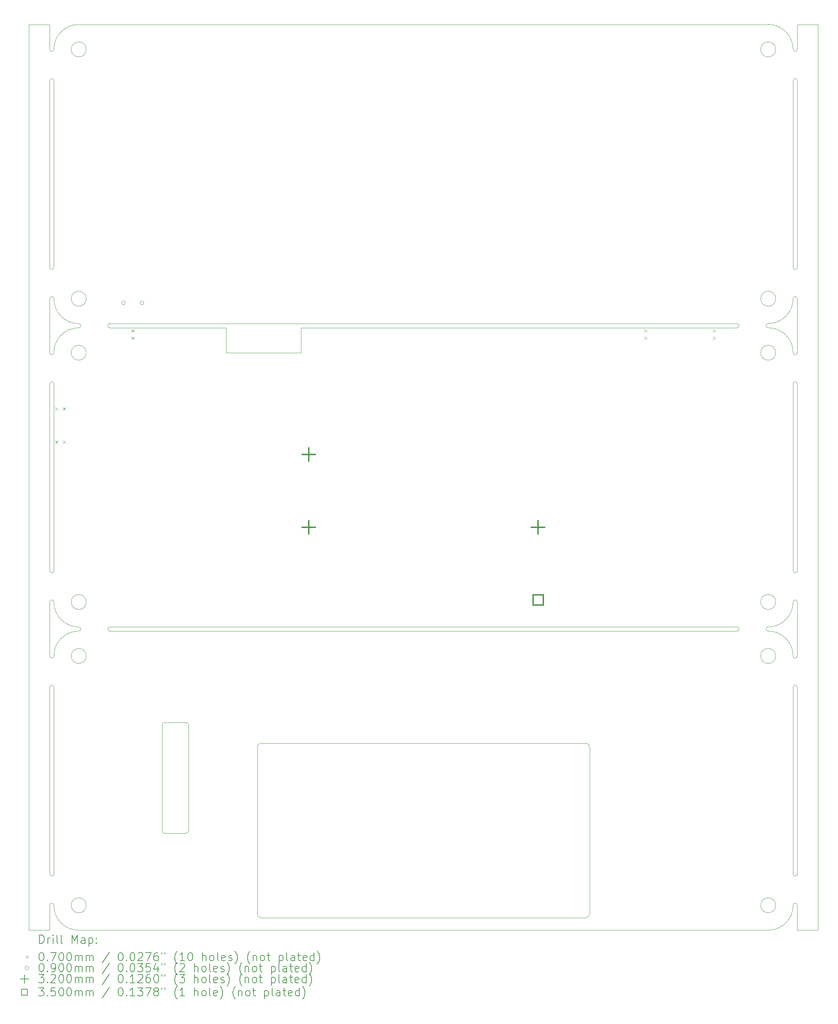
<source format=gbr>
%TF.GenerationSoftware,KiCad,Pcbnew,7.0.8*%
%TF.CreationDate,2023-11-01T09:31:10+09:00*%
%TF.ProjectId,a5d27_handheld_console_pcb,61356432-375f-4686-916e-6468656c645f,rev?*%
%TF.SameCoordinates,Original*%
%TF.FileFunction,Drillmap*%
%TF.FilePolarity,Positive*%
%FSLAX45Y45*%
G04 Gerber Fmt 4.5, Leading zero omitted, Abs format (unit mm)*
G04 Created by KiCad (PCBNEW 7.0.8) date 2023-11-01 09:31:10*
%MOMM*%
%LPD*%
G01*
G04 APERTURE LIST*
%ADD10C,0.100000*%
%ADD11C,0.200000*%
%ADD12C,0.070000*%
%ADD13C,0.090000*%
%ADD14C,0.320000*%
%ADD15C,0.350000*%
G04 APERTURE END LIST*
D10*
X23808000Y-13064000D02*
X23808000Y-12464000D01*
X10808000Y-29864000D02*
X10808000Y-33864000D01*
X6508000Y-12464000D02*
G75*
G03*
X5908000Y-13064000I0J-600000D01*
G01*
X10058000Y-20364000D02*
X11858000Y-20364000D01*
X10058000Y-19764000D02*
X7258000Y-19764000D01*
X23288278Y-19064000D02*
G75*
G03*
X23288278Y-19064000I-180278J0D01*
G01*
X5808000Y-13064000D02*
G75*
G03*
X5908000Y-13064000I50000J0D01*
G01*
X18808000Y-33864000D02*
X18808000Y-29864000D01*
X23708000Y-20364000D02*
G75*
G03*
X23808000Y-20364000I50000J0D01*
G01*
X6688278Y-13064000D02*
G75*
G03*
X6688278Y-13064000I-180278J0D01*
G01*
X23708000Y-18314000D02*
X23708000Y-13814000D01*
X6508000Y-27064000D02*
G75*
G03*
X6508000Y-26964000I0J50000D01*
G01*
X7258000Y-19664000D02*
G75*
G03*
X7258000Y-19764000I0J-50000D01*
G01*
X24308000Y-12464000D02*
X23808000Y-12464000D01*
X5808000Y-21114000D02*
X5808000Y-25614000D01*
X5808000Y-25614000D02*
G75*
G03*
X5908000Y-25614000I50000J0D01*
G01*
X22358000Y-27064000D02*
G75*
G03*
X22358000Y-26964000I0J50000D01*
G01*
X23808000Y-25614000D02*
X23808000Y-21114000D01*
X23708000Y-27664000D02*
G75*
G03*
X23808000Y-27664000I50000J0D01*
G01*
X6508000Y-34264000D02*
X23108000Y-34264000D01*
X23108000Y-26964000D02*
G75*
G03*
X23108000Y-27064000I0J-50000D01*
G01*
X23708000Y-25614000D02*
G75*
G03*
X23808000Y-25614000I50000J0D01*
G01*
X23708000Y-27664000D02*
G75*
G03*
X23108000Y-27064000I-600000J0D01*
G01*
X6508000Y-19764000D02*
G75*
G03*
X6508000Y-19664000I0J50000D01*
G01*
X23808000Y-26364000D02*
X23808000Y-27664000D01*
X23108000Y-34264000D02*
G75*
G03*
X23708000Y-33664000I0J600000D01*
G01*
X23808000Y-33664000D02*
G75*
G03*
X23708000Y-33664000I-50000J0D01*
G01*
X23708000Y-32914000D02*
G75*
G03*
X23808000Y-32914000I50000J0D01*
G01*
X5808000Y-12464000D02*
X5808000Y-13064000D01*
X5908000Y-28414000D02*
G75*
G03*
X5808000Y-28414000I-50000J0D01*
G01*
X6688278Y-20364000D02*
G75*
G03*
X6688278Y-20364000I-180278J0D01*
G01*
X5808000Y-26364000D02*
X5808000Y-27664000D01*
X10058000Y-19764000D02*
X10058000Y-20364000D01*
X23808000Y-26364000D02*
G75*
G03*
X23708000Y-26364000I-50000J0D01*
G01*
X9085000Y-31931500D02*
G75*
G03*
X9148500Y-31868000I0J63500D01*
G01*
X23288278Y-20364000D02*
G75*
G03*
X23288278Y-20364000I-180278J0D01*
G01*
X5908000Y-19064000D02*
G75*
G03*
X5808000Y-19064000I-50000J0D01*
G01*
X6688278Y-33664000D02*
G75*
G03*
X6688278Y-33664000I-180278J0D01*
G01*
X23808000Y-34264000D02*
X23808000Y-33664000D01*
X23708000Y-13064000D02*
G75*
G03*
X23108000Y-12464000I-600000J0D01*
G01*
X6508000Y-27064000D02*
G75*
G03*
X5908000Y-27664000I0J-600000D01*
G01*
X10908000Y-33964000D02*
X18708000Y-33964000D01*
X23708000Y-18314000D02*
G75*
G03*
X23808000Y-18314000I50000J0D01*
G01*
X23108000Y-19664000D02*
G75*
G03*
X23708000Y-19064000I0J600000D01*
G01*
X5908000Y-32914000D02*
X5908000Y-28414000D01*
X23808000Y-19064000D02*
G75*
G03*
X23708000Y-19064000I-50000J0D01*
G01*
X23708000Y-20364000D02*
G75*
G03*
X23108000Y-19764000I-600000J0D01*
G01*
X5808000Y-12464000D02*
X5308000Y-12464000D01*
X23288278Y-13064000D02*
G75*
G03*
X23288278Y-13064000I-180278J0D01*
G01*
X5808000Y-28414000D02*
X5808000Y-32914000D01*
X23808000Y-18314000D02*
X23808000Y-13814000D01*
X9148500Y-31804500D02*
X9148500Y-31868000D01*
X23708000Y-25614000D02*
X23708000Y-21114000D01*
X22358000Y-19764000D02*
G75*
G03*
X22358000Y-19664000I0J50000D01*
G01*
X5808000Y-32914000D02*
G75*
G03*
X5908000Y-32914000I50000J0D01*
G01*
X5808000Y-20364000D02*
X5808000Y-19064000D01*
X23288278Y-26364000D02*
G75*
G03*
X23288278Y-26364000I-180278J0D01*
G01*
X5908000Y-21114000D02*
G75*
G03*
X5808000Y-21114000I-50000J0D01*
G01*
X11858000Y-19764000D02*
X22358000Y-19764000D01*
X7258000Y-26964000D02*
G75*
G03*
X7258000Y-27064000I0J-50000D01*
G01*
X5908000Y-33664000D02*
G75*
G03*
X5808000Y-33664000I-50000J0D01*
G01*
X5908000Y-18314000D02*
X5908000Y-13814000D01*
X10908000Y-29764000D02*
G75*
G03*
X10808000Y-29864000I0J-100000D01*
G01*
X5908000Y-26364000D02*
G75*
G03*
X6508000Y-26964000I600000J0D01*
G01*
X6688278Y-26364000D02*
G75*
G03*
X6688278Y-26364000I-180278J0D01*
G01*
X8577000Y-29264500D02*
X9085000Y-29264500D01*
X5908000Y-13814000D02*
G75*
G03*
X5808000Y-13814000I-50000J0D01*
G01*
X5808000Y-20364000D02*
G75*
G03*
X5908000Y-20364000I50000J0D01*
G01*
X8513500Y-31868000D02*
X8513500Y-29328000D01*
X11858000Y-20364000D02*
X11858000Y-19764000D01*
X9085000Y-31931500D02*
X8577000Y-31931500D01*
X18708000Y-33964000D02*
G75*
G03*
X18808000Y-33864000I0J100000D01*
G01*
X5908000Y-19064000D02*
G75*
G03*
X6508000Y-19664000I600000J0D01*
G01*
X23708000Y-13064000D02*
G75*
G03*
X23808000Y-13064000I50000J0D01*
G01*
X23108000Y-26964000D02*
G75*
G03*
X23708000Y-26364000I0J600000D01*
G01*
X5808000Y-18314000D02*
G75*
G03*
X5908000Y-18314000I50000J0D01*
G01*
X24308000Y-34264000D02*
X24308000Y-12464000D01*
X23808000Y-28414000D02*
G75*
G03*
X23708000Y-28414000I-50000J0D01*
G01*
X23288278Y-33664000D02*
G75*
G03*
X23288278Y-33664000I-180278J0D01*
G01*
X7258000Y-26964000D02*
X22358000Y-26964000D01*
X5808000Y-33664000D02*
X5808000Y-34264000D01*
X7258000Y-27064000D02*
X22358000Y-27064000D01*
X6508000Y-12464000D02*
X23108000Y-12464000D01*
X7258000Y-19664000D02*
X22358000Y-19664000D01*
X23808000Y-21114000D02*
G75*
G03*
X23708000Y-21114000I-50000J0D01*
G01*
X18708000Y-29764000D02*
X10908000Y-29764000D01*
X23808000Y-13814000D02*
G75*
G03*
X23708000Y-13814000I-50000J0D01*
G01*
X23708000Y-32914000D02*
X23708000Y-28414000D01*
X23808000Y-20364000D02*
X23808000Y-19064000D01*
X6508000Y-19764000D02*
G75*
G03*
X5908000Y-20364000I0J-600000D01*
G01*
X8513500Y-31868000D02*
G75*
G03*
X8577000Y-31931500I63500J0D01*
G01*
X6688278Y-27664000D02*
G75*
G03*
X6688278Y-27664000I-180278J0D01*
G01*
X5908000Y-33664000D02*
G75*
G03*
X6508000Y-34264000I600000J0D01*
G01*
X6688278Y-19064000D02*
G75*
G03*
X6688278Y-19064000I-180278J0D01*
G01*
X18808000Y-29864000D02*
G75*
G03*
X18708000Y-29764000I-100000J0D01*
G01*
X9148500Y-29328000D02*
X9148500Y-31804500D01*
X9148500Y-29328000D02*
G75*
G03*
X9085000Y-29264500I-63500J0D01*
G01*
X23808000Y-32914000D02*
X23808000Y-28414000D01*
X5908000Y-25614000D02*
X5908000Y-21114000D01*
X5308000Y-34264000D02*
X5808000Y-34264000D01*
X23108000Y-19664000D02*
G75*
G03*
X23108000Y-19764000I0J-50000D01*
G01*
X5808000Y-27664000D02*
G75*
G03*
X5908000Y-27664000I50000J0D01*
G01*
X10808000Y-33864000D02*
G75*
G03*
X10908000Y-33964000I100000J0D01*
G01*
X23288278Y-27664000D02*
G75*
G03*
X23288278Y-27664000I-180278J0D01*
G01*
X5908000Y-26364000D02*
G75*
G03*
X5808000Y-26364000I-50000J0D01*
G01*
X5808000Y-13814000D02*
X5808000Y-18314000D01*
X5308000Y-12464000D02*
X5308000Y-34264000D01*
X23808000Y-34264000D02*
X24308000Y-34264000D01*
X8577000Y-29264500D02*
G75*
G03*
X8513500Y-29328000I0J-63500D01*
G01*
D11*
D12*
X5943000Y-21679000D02*
X6013000Y-21749000D01*
X6013000Y-21679000D02*
X5943000Y-21749000D01*
X5943000Y-22479000D02*
X6013000Y-22549000D01*
X6013000Y-22479000D02*
X5943000Y-22549000D01*
X6123000Y-21679000D02*
X6193000Y-21749000D01*
X6193000Y-21679000D02*
X6123000Y-21749000D01*
X6123000Y-22479000D02*
X6193000Y-22549000D01*
X6193000Y-22479000D02*
X6123000Y-22549000D01*
X7773000Y-19799000D02*
X7843000Y-19869000D01*
X7843000Y-19799000D02*
X7773000Y-19869000D01*
X7773000Y-19979000D02*
X7843000Y-20049000D01*
X7843000Y-19979000D02*
X7773000Y-20049000D01*
X20123000Y-19799000D02*
X20193000Y-19869000D01*
X20193000Y-19799000D02*
X20123000Y-19869000D01*
X20123000Y-19979000D02*
X20193000Y-20049000D01*
X20193000Y-19979000D02*
X20123000Y-20049000D01*
X21773000Y-19799000D02*
X21843000Y-19869000D01*
X21843000Y-19799000D02*
X21773000Y-19869000D01*
X21773000Y-19979000D02*
X21843000Y-20049000D01*
X21843000Y-19979000D02*
X21773000Y-20049000D01*
D13*
X7633000Y-19164000D02*
G75*
G03*
X7633000Y-19164000I-45000J0D01*
G01*
X8073000Y-19164000D02*
G75*
G03*
X8073000Y-19164000I-45000J0D01*
G01*
D14*
X12048000Y-22654000D02*
X12048000Y-22974000D01*
X11888000Y-22814000D02*
X12208000Y-22814000D01*
X12048000Y-24404000D02*
X12048000Y-24724000D01*
X11888000Y-24564000D02*
X12208000Y-24564000D01*
X17568000Y-24404000D02*
X17568000Y-24724000D01*
X17408000Y-24564000D02*
X17728000Y-24564000D01*
D15*
X17691745Y-26437745D02*
X17691745Y-26190255D01*
X17444255Y-26190255D01*
X17444255Y-26437745D01*
X17691745Y-26437745D01*
D11*
X5563777Y-34580484D02*
X5563777Y-34380484D01*
X5563777Y-34380484D02*
X5611396Y-34380484D01*
X5611396Y-34380484D02*
X5639967Y-34390008D01*
X5639967Y-34390008D02*
X5659015Y-34409055D01*
X5659015Y-34409055D02*
X5668539Y-34428103D01*
X5668539Y-34428103D02*
X5678062Y-34466198D01*
X5678062Y-34466198D02*
X5678062Y-34494770D01*
X5678062Y-34494770D02*
X5668539Y-34532865D01*
X5668539Y-34532865D02*
X5659015Y-34551912D01*
X5659015Y-34551912D02*
X5639967Y-34570960D01*
X5639967Y-34570960D02*
X5611396Y-34580484D01*
X5611396Y-34580484D02*
X5563777Y-34580484D01*
X5763777Y-34580484D02*
X5763777Y-34447150D01*
X5763777Y-34485246D02*
X5773301Y-34466198D01*
X5773301Y-34466198D02*
X5782824Y-34456674D01*
X5782824Y-34456674D02*
X5801872Y-34447150D01*
X5801872Y-34447150D02*
X5820920Y-34447150D01*
X5887586Y-34580484D02*
X5887586Y-34447150D01*
X5887586Y-34380484D02*
X5878062Y-34390008D01*
X5878062Y-34390008D02*
X5887586Y-34399531D01*
X5887586Y-34399531D02*
X5897110Y-34390008D01*
X5897110Y-34390008D02*
X5887586Y-34380484D01*
X5887586Y-34380484D02*
X5887586Y-34399531D01*
X6011396Y-34580484D02*
X5992348Y-34570960D01*
X5992348Y-34570960D02*
X5982824Y-34551912D01*
X5982824Y-34551912D02*
X5982824Y-34380484D01*
X6116158Y-34580484D02*
X6097110Y-34570960D01*
X6097110Y-34570960D02*
X6087586Y-34551912D01*
X6087586Y-34551912D02*
X6087586Y-34380484D01*
X6344729Y-34580484D02*
X6344729Y-34380484D01*
X6344729Y-34380484D02*
X6411396Y-34523341D01*
X6411396Y-34523341D02*
X6478062Y-34380484D01*
X6478062Y-34380484D02*
X6478062Y-34580484D01*
X6659015Y-34580484D02*
X6659015Y-34475722D01*
X6659015Y-34475722D02*
X6649491Y-34456674D01*
X6649491Y-34456674D02*
X6630443Y-34447150D01*
X6630443Y-34447150D02*
X6592348Y-34447150D01*
X6592348Y-34447150D02*
X6573301Y-34456674D01*
X6659015Y-34570960D02*
X6639967Y-34580484D01*
X6639967Y-34580484D02*
X6592348Y-34580484D01*
X6592348Y-34580484D02*
X6573301Y-34570960D01*
X6573301Y-34570960D02*
X6563777Y-34551912D01*
X6563777Y-34551912D02*
X6563777Y-34532865D01*
X6563777Y-34532865D02*
X6573301Y-34513817D01*
X6573301Y-34513817D02*
X6592348Y-34504293D01*
X6592348Y-34504293D02*
X6639967Y-34504293D01*
X6639967Y-34504293D02*
X6659015Y-34494770D01*
X6754253Y-34447150D02*
X6754253Y-34647150D01*
X6754253Y-34456674D02*
X6773301Y-34447150D01*
X6773301Y-34447150D02*
X6811396Y-34447150D01*
X6811396Y-34447150D02*
X6830443Y-34456674D01*
X6830443Y-34456674D02*
X6839967Y-34466198D01*
X6839967Y-34466198D02*
X6849491Y-34485246D01*
X6849491Y-34485246D02*
X6849491Y-34542389D01*
X6849491Y-34542389D02*
X6839967Y-34561436D01*
X6839967Y-34561436D02*
X6830443Y-34570960D01*
X6830443Y-34570960D02*
X6811396Y-34580484D01*
X6811396Y-34580484D02*
X6773301Y-34580484D01*
X6773301Y-34580484D02*
X6754253Y-34570960D01*
X6935205Y-34561436D02*
X6944729Y-34570960D01*
X6944729Y-34570960D02*
X6935205Y-34580484D01*
X6935205Y-34580484D02*
X6925682Y-34570960D01*
X6925682Y-34570960D02*
X6935205Y-34561436D01*
X6935205Y-34561436D02*
X6935205Y-34580484D01*
X6935205Y-34456674D02*
X6944729Y-34466198D01*
X6944729Y-34466198D02*
X6935205Y-34475722D01*
X6935205Y-34475722D02*
X6925682Y-34466198D01*
X6925682Y-34466198D02*
X6935205Y-34456674D01*
X6935205Y-34456674D02*
X6935205Y-34475722D01*
D12*
X5233000Y-34874000D02*
X5303000Y-34944000D01*
X5303000Y-34874000D02*
X5233000Y-34944000D01*
D11*
X5601872Y-34800484D02*
X5620920Y-34800484D01*
X5620920Y-34800484D02*
X5639967Y-34810008D01*
X5639967Y-34810008D02*
X5649491Y-34819531D01*
X5649491Y-34819531D02*
X5659015Y-34838579D01*
X5659015Y-34838579D02*
X5668539Y-34876674D01*
X5668539Y-34876674D02*
X5668539Y-34924293D01*
X5668539Y-34924293D02*
X5659015Y-34962389D01*
X5659015Y-34962389D02*
X5649491Y-34981436D01*
X5649491Y-34981436D02*
X5639967Y-34990960D01*
X5639967Y-34990960D02*
X5620920Y-35000484D01*
X5620920Y-35000484D02*
X5601872Y-35000484D01*
X5601872Y-35000484D02*
X5582824Y-34990960D01*
X5582824Y-34990960D02*
X5573301Y-34981436D01*
X5573301Y-34981436D02*
X5563777Y-34962389D01*
X5563777Y-34962389D02*
X5554253Y-34924293D01*
X5554253Y-34924293D02*
X5554253Y-34876674D01*
X5554253Y-34876674D02*
X5563777Y-34838579D01*
X5563777Y-34838579D02*
X5573301Y-34819531D01*
X5573301Y-34819531D02*
X5582824Y-34810008D01*
X5582824Y-34810008D02*
X5601872Y-34800484D01*
X5754253Y-34981436D02*
X5763777Y-34990960D01*
X5763777Y-34990960D02*
X5754253Y-35000484D01*
X5754253Y-35000484D02*
X5744729Y-34990960D01*
X5744729Y-34990960D02*
X5754253Y-34981436D01*
X5754253Y-34981436D02*
X5754253Y-35000484D01*
X5830443Y-34800484D02*
X5963777Y-34800484D01*
X5963777Y-34800484D02*
X5878062Y-35000484D01*
X6078062Y-34800484D02*
X6097110Y-34800484D01*
X6097110Y-34800484D02*
X6116158Y-34810008D01*
X6116158Y-34810008D02*
X6125682Y-34819531D01*
X6125682Y-34819531D02*
X6135205Y-34838579D01*
X6135205Y-34838579D02*
X6144729Y-34876674D01*
X6144729Y-34876674D02*
X6144729Y-34924293D01*
X6144729Y-34924293D02*
X6135205Y-34962389D01*
X6135205Y-34962389D02*
X6125682Y-34981436D01*
X6125682Y-34981436D02*
X6116158Y-34990960D01*
X6116158Y-34990960D02*
X6097110Y-35000484D01*
X6097110Y-35000484D02*
X6078062Y-35000484D01*
X6078062Y-35000484D02*
X6059015Y-34990960D01*
X6059015Y-34990960D02*
X6049491Y-34981436D01*
X6049491Y-34981436D02*
X6039967Y-34962389D01*
X6039967Y-34962389D02*
X6030443Y-34924293D01*
X6030443Y-34924293D02*
X6030443Y-34876674D01*
X6030443Y-34876674D02*
X6039967Y-34838579D01*
X6039967Y-34838579D02*
X6049491Y-34819531D01*
X6049491Y-34819531D02*
X6059015Y-34810008D01*
X6059015Y-34810008D02*
X6078062Y-34800484D01*
X6268539Y-34800484D02*
X6287586Y-34800484D01*
X6287586Y-34800484D02*
X6306634Y-34810008D01*
X6306634Y-34810008D02*
X6316158Y-34819531D01*
X6316158Y-34819531D02*
X6325682Y-34838579D01*
X6325682Y-34838579D02*
X6335205Y-34876674D01*
X6335205Y-34876674D02*
X6335205Y-34924293D01*
X6335205Y-34924293D02*
X6325682Y-34962389D01*
X6325682Y-34962389D02*
X6316158Y-34981436D01*
X6316158Y-34981436D02*
X6306634Y-34990960D01*
X6306634Y-34990960D02*
X6287586Y-35000484D01*
X6287586Y-35000484D02*
X6268539Y-35000484D01*
X6268539Y-35000484D02*
X6249491Y-34990960D01*
X6249491Y-34990960D02*
X6239967Y-34981436D01*
X6239967Y-34981436D02*
X6230443Y-34962389D01*
X6230443Y-34962389D02*
X6220920Y-34924293D01*
X6220920Y-34924293D02*
X6220920Y-34876674D01*
X6220920Y-34876674D02*
X6230443Y-34838579D01*
X6230443Y-34838579D02*
X6239967Y-34819531D01*
X6239967Y-34819531D02*
X6249491Y-34810008D01*
X6249491Y-34810008D02*
X6268539Y-34800484D01*
X6420920Y-35000484D02*
X6420920Y-34867150D01*
X6420920Y-34886198D02*
X6430443Y-34876674D01*
X6430443Y-34876674D02*
X6449491Y-34867150D01*
X6449491Y-34867150D02*
X6478063Y-34867150D01*
X6478063Y-34867150D02*
X6497110Y-34876674D01*
X6497110Y-34876674D02*
X6506634Y-34895722D01*
X6506634Y-34895722D02*
X6506634Y-35000484D01*
X6506634Y-34895722D02*
X6516158Y-34876674D01*
X6516158Y-34876674D02*
X6535205Y-34867150D01*
X6535205Y-34867150D02*
X6563777Y-34867150D01*
X6563777Y-34867150D02*
X6582824Y-34876674D01*
X6582824Y-34876674D02*
X6592348Y-34895722D01*
X6592348Y-34895722D02*
X6592348Y-35000484D01*
X6687586Y-35000484D02*
X6687586Y-34867150D01*
X6687586Y-34886198D02*
X6697110Y-34876674D01*
X6697110Y-34876674D02*
X6716158Y-34867150D01*
X6716158Y-34867150D02*
X6744729Y-34867150D01*
X6744729Y-34867150D02*
X6763777Y-34876674D01*
X6763777Y-34876674D02*
X6773301Y-34895722D01*
X6773301Y-34895722D02*
X6773301Y-35000484D01*
X6773301Y-34895722D02*
X6782824Y-34876674D01*
X6782824Y-34876674D02*
X6801872Y-34867150D01*
X6801872Y-34867150D02*
X6830443Y-34867150D01*
X6830443Y-34867150D02*
X6849491Y-34876674D01*
X6849491Y-34876674D02*
X6859015Y-34895722D01*
X6859015Y-34895722D02*
X6859015Y-35000484D01*
X7249491Y-34790960D02*
X7078063Y-35048103D01*
X7506634Y-34800484D02*
X7525682Y-34800484D01*
X7525682Y-34800484D02*
X7544729Y-34810008D01*
X7544729Y-34810008D02*
X7554253Y-34819531D01*
X7554253Y-34819531D02*
X7563777Y-34838579D01*
X7563777Y-34838579D02*
X7573301Y-34876674D01*
X7573301Y-34876674D02*
X7573301Y-34924293D01*
X7573301Y-34924293D02*
X7563777Y-34962389D01*
X7563777Y-34962389D02*
X7554253Y-34981436D01*
X7554253Y-34981436D02*
X7544729Y-34990960D01*
X7544729Y-34990960D02*
X7525682Y-35000484D01*
X7525682Y-35000484D02*
X7506634Y-35000484D01*
X7506634Y-35000484D02*
X7487586Y-34990960D01*
X7487586Y-34990960D02*
X7478063Y-34981436D01*
X7478063Y-34981436D02*
X7468539Y-34962389D01*
X7468539Y-34962389D02*
X7459015Y-34924293D01*
X7459015Y-34924293D02*
X7459015Y-34876674D01*
X7459015Y-34876674D02*
X7468539Y-34838579D01*
X7468539Y-34838579D02*
X7478063Y-34819531D01*
X7478063Y-34819531D02*
X7487586Y-34810008D01*
X7487586Y-34810008D02*
X7506634Y-34800484D01*
X7659015Y-34981436D02*
X7668539Y-34990960D01*
X7668539Y-34990960D02*
X7659015Y-35000484D01*
X7659015Y-35000484D02*
X7649491Y-34990960D01*
X7649491Y-34990960D02*
X7659015Y-34981436D01*
X7659015Y-34981436D02*
X7659015Y-35000484D01*
X7792348Y-34800484D02*
X7811396Y-34800484D01*
X7811396Y-34800484D02*
X7830444Y-34810008D01*
X7830444Y-34810008D02*
X7839967Y-34819531D01*
X7839967Y-34819531D02*
X7849491Y-34838579D01*
X7849491Y-34838579D02*
X7859015Y-34876674D01*
X7859015Y-34876674D02*
X7859015Y-34924293D01*
X7859015Y-34924293D02*
X7849491Y-34962389D01*
X7849491Y-34962389D02*
X7839967Y-34981436D01*
X7839967Y-34981436D02*
X7830444Y-34990960D01*
X7830444Y-34990960D02*
X7811396Y-35000484D01*
X7811396Y-35000484D02*
X7792348Y-35000484D01*
X7792348Y-35000484D02*
X7773301Y-34990960D01*
X7773301Y-34990960D02*
X7763777Y-34981436D01*
X7763777Y-34981436D02*
X7754253Y-34962389D01*
X7754253Y-34962389D02*
X7744729Y-34924293D01*
X7744729Y-34924293D02*
X7744729Y-34876674D01*
X7744729Y-34876674D02*
X7754253Y-34838579D01*
X7754253Y-34838579D02*
X7763777Y-34819531D01*
X7763777Y-34819531D02*
X7773301Y-34810008D01*
X7773301Y-34810008D02*
X7792348Y-34800484D01*
X7935206Y-34819531D02*
X7944729Y-34810008D01*
X7944729Y-34810008D02*
X7963777Y-34800484D01*
X7963777Y-34800484D02*
X8011396Y-34800484D01*
X8011396Y-34800484D02*
X8030444Y-34810008D01*
X8030444Y-34810008D02*
X8039967Y-34819531D01*
X8039967Y-34819531D02*
X8049491Y-34838579D01*
X8049491Y-34838579D02*
X8049491Y-34857627D01*
X8049491Y-34857627D02*
X8039967Y-34886198D01*
X8039967Y-34886198D02*
X7925682Y-35000484D01*
X7925682Y-35000484D02*
X8049491Y-35000484D01*
X8116158Y-34800484D02*
X8249491Y-34800484D01*
X8249491Y-34800484D02*
X8163777Y-35000484D01*
X8411396Y-34800484D02*
X8373301Y-34800484D01*
X8373301Y-34800484D02*
X8354253Y-34810008D01*
X8354253Y-34810008D02*
X8344729Y-34819531D01*
X8344729Y-34819531D02*
X8325682Y-34848103D01*
X8325682Y-34848103D02*
X8316158Y-34886198D01*
X8316158Y-34886198D02*
X8316158Y-34962389D01*
X8316158Y-34962389D02*
X8325682Y-34981436D01*
X8325682Y-34981436D02*
X8335206Y-34990960D01*
X8335206Y-34990960D02*
X8354253Y-35000484D01*
X8354253Y-35000484D02*
X8392349Y-35000484D01*
X8392349Y-35000484D02*
X8411396Y-34990960D01*
X8411396Y-34990960D02*
X8420920Y-34981436D01*
X8420920Y-34981436D02*
X8430444Y-34962389D01*
X8430444Y-34962389D02*
X8430444Y-34914770D01*
X8430444Y-34914770D02*
X8420920Y-34895722D01*
X8420920Y-34895722D02*
X8411396Y-34886198D01*
X8411396Y-34886198D02*
X8392349Y-34876674D01*
X8392349Y-34876674D02*
X8354253Y-34876674D01*
X8354253Y-34876674D02*
X8335206Y-34886198D01*
X8335206Y-34886198D02*
X8325682Y-34895722D01*
X8325682Y-34895722D02*
X8316158Y-34914770D01*
X8506634Y-34800484D02*
X8506634Y-34838579D01*
X8582825Y-34800484D02*
X8582825Y-34838579D01*
X8878063Y-35076674D02*
X8868539Y-35067150D01*
X8868539Y-35067150D02*
X8849491Y-35038579D01*
X8849491Y-35038579D02*
X8839968Y-35019531D01*
X8839968Y-35019531D02*
X8830444Y-34990960D01*
X8830444Y-34990960D02*
X8820920Y-34943341D01*
X8820920Y-34943341D02*
X8820920Y-34905246D01*
X8820920Y-34905246D02*
X8830444Y-34857627D01*
X8830444Y-34857627D02*
X8839968Y-34829055D01*
X8839968Y-34829055D02*
X8849491Y-34810008D01*
X8849491Y-34810008D02*
X8868539Y-34781436D01*
X8868539Y-34781436D02*
X8878063Y-34771912D01*
X9059015Y-35000484D02*
X8944730Y-35000484D01*
X9001872Y-35000484D02*
X9001872Y-34800484D01*
X9001872Y-34800484D02*
X8982825Y-34829055D01*
X8982825Y-34829055D02*
X8963777Y-34848103D01*
X8963777Y-34848103D02*
X8944730Y-34857627D01*
X9182825Y-34800484D02*
X9201872Y-34800484D01*
X9201872Y-34800484D02*
X9220920Y-34810008D01*
X9220920Y-34810008D02*
X9230444Y-34819531D01*
X9230444Y-34819531D02*
X9239968Y-34838579D01*
X9239968Y-34838579D02*
X9249491Y-34876674D01*
X9249491Y-34876674D02*
X9249491Y-34924293D01*
X9249491Y-34924293D02*
X9239968Y-34962389D01*
X9239968Y-34962389D02*
X9230444Y-34981436D01*
X9230444Y-34981436D02*
X9220920Y-34990960D01*
X9220920Y-34990960D02*
X9201872Y-35000484D01*
X9201872Y-35000484D02*
X9182825Y-35000484D01*
X9182825Y-35000484D02*
X9163777Y-34990960D01*
X9163777Y-34990960D02*
X9154253Y-34981436D01*
X9154253Y-34981436D02*
X9144730Y-34962389D01*
X9144730Y-34962389D02*
X9135206Y-34924293D01*
X9135206Y-34924293D02*
X9135206Y-34876674D01*
X9135206Y-34876674D02*
X9144730Y-34838579D01*
X9144730Y-34838579D02*
X9154253Y-34819531D01*
X9154253Y-34819531D02*
X9163777Y-34810008D01*
X9163777Y-34810008D02*
X9182825Y-34800484D01*
X9487587Y-35000484D02*
X9487587Y-34800484D01*
X9573301Y-35000484D02*
X9573301Y-34895722D01*
X9573301Y-34895722D02*
X9563777Y-34876674D01*
X9563777Y-34876674D02*
X9544730Y-34867150D01*
X9544730Y-34867150D02*
X9516158Y-34867150D01*
X9516158Y-34867150D02*
X9497111Y-34876674D01*
X9497111Y-34876674D02*
X9487587Y-34886198D01*
X9697111Y-35000484D02*
X9678063Y-34990960D01*
X9678063Y-34990960D02*
X9668539Y-34981436D01*
X9668539Y-34981436D02*
X9659015Y-34962389D01*
X9659015Y-34962389D02*
X9659015Y-34905246D01*
X9659015Y-34905246D02*
X9668539Y-34886198D01*
X9668539Y-34886198D02*
X9678063Y-34876674D01*
X9678063Y-34876674D02*
X9697111Y-34867150D01*
X9697111Y-34867150D02*
X9725682Y-34867150D01*
X9725682Y-34867150D02*
X9744730Y-34876674D01*
X9744730Y-34876674D02*
X9754253Y-34886198D01*
X9754253Y-34886198D02*
X9763777Y-34905246D01*
X9763777Y-34905246D02*
X9763777Y-34962389D01*
X9763777Y-34962389D02*
X9754253Y-34981436D01*
X9754253Y-34981436D02*
X9744730Y-34990960D01*
X9744730Y-34990960D02*
X9725682Y-35000484D01*
X9725682Y-35000484D02*
X9697111Y-35000484D01*
X9878063Y-35000484D02*
X9859015Y-34990960D01*
X9859015Y-34990960D02*
X9849492Y-34971912D01*
X9849492Y-34971912D02*
X9849492Y-34800484D01*
X10030444Y-34990960D02*
X10011396Y-35000484D01*
X10011396Y-35000484D02*
X9973301Y-35000484D01*
X9973301Y-35000484D02*
X9954253Y-34990960D01*
X9954253Y-34990960D02*
X9944730Y-34971912D01*
X9944730Y-34971912D02*
X9944730Y-34895722D01*
X9944730Y-34895722D02*
X9954253Y-34876674D01*
X9954253Y-34876674D02*
X9973301Y-34867150D01*
X9973301Y-34867150D02*
X10011396Y-34867150D01*
X10011396Y-34867150D02*
X10030444Y-34876674D01*
X10030444Y-34876674D02*
X10039968Y-34895722D01*
X10039968Y-34895722D02*
X10039968Y-34914770D01*
X10039968Y-34914770D02*
X9944730Y-34933817D01*
X10116158Y-34990960D02*
X10135206Y-35000484D01*
X10135206Y-35000484D02*
X10173301Y-35000484D01*
X10173301Y-35000484D02*
X10192349Y-34990960D01*
X10192349Y-34990960D02*
X10201873Y-34971912D01*
X10201873Y-34971912D02*
X10201873Y-34962389D01*
X10201873Y-34962389D02*
X10192349Y-34943341D01*
X10192349Y-34943341D02*
X10173301Y-34933817D01*
X10173301Y-34933817D02*
X10144730Y-34933817D01*
X10144730Y-34933817D02*
X10125682Y-34924293D01*
X10125682Y-34924293D02*
X10116158Y-34905246D01*
X10116158Y-34905246D02*
X10116158Y-34895722D01*
X10116158Y-34895722D02*
X10125682Y-34876674D01*
X10125682Y-34876674D02*
X10144730Y-34867150D01*
X10144730Y-34867150D02*
X10173301Y-34867150D01*
X10173301Y-34867150D02*
X10192349Y-34876674D01*
X10268539Y-35076674D02*
X10278063Y-35067150D01*
X10278063Y-35067150D02*
X10297111Y-35038579D01*
X10297111Y-35038579D02*
X10306634Y-35019531D01*
X10306634Y-35019531D02*
X10316158Y-34990960D01*
X10316158Y-34990960D02*
X10325682Y-34943341D01*
X10325682Y-34943341D02*
X10325682Y-34905246D01*
X10325682Y-34905246D02*
X10316158Y-34857627D01*
X10316158Y-34857627D02*
X10306634Y-34829055D01*
X10306634Y-34829055D02*
X10297111Y-34810008D01*
X10297111Y-34810008D02*
X10278063Y-34781436D01*
X10278063Y-34781436D02*
X10268539Y-34771912D01*
X10630444Y-35076674D02*
X10620920Y-35067150D01*
X10620920Y-35067150D02*
X10601873Y-35038579D01*
X10601873Y-35038579D02*
X10592349Y-35019531D01*
X10592349Y-35019531D02*
X10582825Y-34990960D01*
X10582825Y-34990960D02*
X10573301Y-34943341D01*
X10573301Y-34943341D02*
X10573301Y-34905246D01*
X10573301Y-34905246D02*
X10582825Y-34857627D01*
X10582825Y-34857627D02*
X10592349Y-34829055D01*
X10592349Y-34829055D02*
X10601873Y-34810008D01*
X10601873Y-34810008D02*
X10620920Y-34781436D01*
X10620920Y-34781436D02*
X10630444Y-34771912D01*
X10706634Y-34867150D02*
X10706634Y-35000484D01*
X10706634Y-34886198D02*
X10716158Y-34876674D01*
X10716158Y-34876674D02*
X10735206Y-34867150D01*
X10735206Y-34867150D02*
X10763777Y-34867150D01*
X10763777Y-34867150D02*
X10782825Y-34876674D01*
X10782825Y-34876674D02*
X10792349Y-34895722D01*
X10792349Y-34895722D02*
X10792349Y-35000484D01*
X10916158Y-35000484D02*
X10897111Y-34990960D01*
X10897111Y-34990960D02*
X10887587Y-34981436D01*
X10887587Y-34981436D02*
X10878063Y-34962389D01*
X10878063Y-34962389D02*
X10878063Y-34905246D01*
X10878063Y-34905246D02*
X10887587Y-34886198D01*
X10887587Y-34886198D02*
X10897111Y-34876674D01*
X10897111Y-34876674D02*
X10916158Y-34867150D01*
X10916158Y-34867150D02*
X10944730Y-34867150D01*
X10944730Y-34867150D02*
X10963777Y-34876674D01*
X10963777Y-34876674D02*
X10973301Y-34886198D01*
X10973301Y-34886198D02*
X10982825Y-34905246D01*
X10982825Y-34905246D02*
X10982825Y-34962389D01*
X10982825Y-34962389D02*
X10973301Y-34981436D01*
X10973301Y-34981436D02*
X10963777Y-34990960D01*
X10963777Y-34990960D02*
X10944730Y-35000484D01*
X10944730Y-35000484D02*
X10916158Y-35000484D01*
X11039968Y-34867150D02*
X11116158Y-34867150D01*
X11068539Y-34800484D02*
X11068539Y-34971912D01*
X11068539Y-34971912D02*
X11078063Y-34990960D01*
X11078063Y-34990960D02*
X11097111Y-35000484D01*
X11097111Y-35000484D02*
X11116158Y-35000484D01*
X11335206Y-34867150D02*
X11335206Y-35067150D01*
X11335206Y-34876674D02*
X11354253Y-34867150D01*
X11354253Y-34867150D02*
X11392349Y-34867150D01*
X11392349Y-34867150D02*
X11411396Y-34876674D01*
X11411396Y-34876674D02*
X11420920Y-34886198D01*
X11420920Y-34886198D02*
X11430444Y-34905246D01*
X11430444Y-34905246D02*
X11430444Y-34962389D01*
X11430444Y-34962389D02*
X11420920Y-34981436D01*
X11420920Y-34981436D02*
X11411396Y-34990960D01*
X11411396Y-34990960D02*
X11392349Y-35000484D01*
X11392349Y-35000484D02*
X11354253Y-35000484D01*
X11354253Y-35000484D02*
X11335206Y-34990960D01*
X11544730Y-35000484D02*
X11525682Y-34990960D01*
X11525682Y-34990960D02*
X11516158Y-34971912D01*
X11516158Y-34971912D02*
X11516158Y-34800484D01*
X11706634Y-35000484D02*
X11706634Y-34895722D01*
X11706634Y-34895722D02*
X11697111Y-34876674D01*
X11697111Y-34876674D02*
X11678063Y-34867150D01*
X11678063Y-34867150D02*
X11639968Y-34867150D01*
X11639968Y-34867150D02*
X11620920Y-34876674D01*
X11706634Y-34990960D02*
X11687587Y-35000484D01*
X11687587Y-35000484D02*
X11639968Y-35000484D01*
X11639968Y-35000484D02*
X11620920Y-34990960D01*
X11620920Y-34990960D02*
X11611396Y-34971912D01*
X11611396Y-34971912D02*
X11611396Y-34952865D01*
X11611396Y-34952865D02*
X11620920Y-34933817D01*
X11620920Y-34933817D02*
X11639968Y-34924293D01*
X11639968Y-34924293D02*
X11687587Y-34924293D01*
X11687587Y-34924293D02*
X11706634Y-34914770D01*
X11773301Y-34867150D02*
X11849492Y-34867150D01*
X11801873Y-34800484D02*
X11801873Y-34971912D01*
X11801873Y-34971912D02*
X11811396Y-34990960D01*
X11811396Y-34990960D02*
X11830444Y-35000484D01*
X11830444Y-35000484D02*
X11849492Y-35000484D01*
X11992349Y-34990960D02*
X11973301Y-35000484D01*
X11973301Y-35000484D02*
X11935206Y-35000484D01*
X11935206Y-35000484D02*
X11916158Y-34990960D01*
X11916158Y-34990960D02*
X11906634Y-34971912D01*
X11906634Y-34971912D02*
X11906634Y-34895722D01*
X11906634Y-34895722D02*
X11916158Y-34876674D01*
X11916158Y-34876674D02*
X11935206Y-34867150D01*
X11935206Y-34867150D02*
X11973301Y-34867150D01*
X11973301Y-34867150D02*
X11992349Y-34876674D01*
X11992349Y-34876674D02*
X12001873Y-34895722D01*
X12001873Y-34895722D02*
X12001873Y-34914770D01*
X12001873Y-34914770D02*
X11906634Y-34933817D01*
X12173301Y-35000484D02*
X12173301Y-34800484D01*
X12173301Y-34990960D02*
X12154254Y-35000484D01*
X12154254Y-35000484D02*
X12116158Y-35000484D01*
X12116158Y-35000484D02*
X12097111Y-34990960D01*
X12097111Y-34990960D02*
X12087587Y-34981436D01*
X12087587Y-34981436D02*
X12078063Y-34962389D01*
X12078063Y-34962389D02*
X12078063Y-34905246D01*
X12078063Y-34905246D02*
X12087587Y-34886198D01*
X12087587Y-34886198D02*
X12097111Y-34876674D01*
X12097111Y-34876674D02*
X12116158Y-34867150D01*
X12116158Y-34867150D02*
X12154254Y-34867150D01*
X12154254Y-34867150D02*
X12173301Y-34876674D01*
X12249492Y-35076674D02*
X12259015Y-35067150D01*
X12259015Y-35067150D02*
X12278063Y-35038579D01*
X12278063Y-35038579D02*
X12287587Y-35019531D01*
X12287587Y-35019531D02*
X12297111Y-34990960D01*
X12297111Y-34990960D02*
X12306634Y-34943341D01*
X12306634Y-34943341D02*
X12306634Y-34905246D01*
X12306634Y-34905246D02*
X12297111Y-34857627D01*
X12297111Y-34857627D02*
X12287587Y-34829055D01*
X12287587Y-34829055D02*
X12278063Y-34810008D01*
X12278063Y-34810008D02*
X12259015Y-34781436D01*
X12259015Y-34781436D02*
X12249492Y-34771912D01*
D13*
X5303000Y-35173000D02*
G75*
G03*
X5303000Y-35173000I-45000J0D01*
G01*
D11*
X5601872Y-35064484D02*
X5620920Y-35064484D01*
X5620920Y-35064484D02*
X5639967Y-35074008D01*
X5639967Y-35074008D02*
X5649491Y-35083531D01*
X5649491Y-35083531D02*
X5659015Y-35102579D01*
X5659015Y-35102579D02*
X5668539Y-35140674D01*
X5668539Y-35140674D02*
X5668539Y-35188293D01*
X5668539Y-35188293D02*
X5659015Y-35226389D01*
X5659015Y-35226389D02*
X5649491Y-35245436D01*
X5649491Y-35245436D02*
X5639967Y-35254960D01*
X5639967Y-35254960D02*
X5620920Y-35264484D01*
X5620920Y-35264484D02*
X5601872Y-35264484D01*
X5601872Y-35264484D02*
X5582824Y-35254960D01*
X5582824Y-35254960D02*
X5573301Y-35245436D01*
X5573301Y-35245436D02*
X5563777Y-35226389D01*
X5563777Y-35226389D02*
X5554253Y-35188293D01*
X5554253Y-35188293D02*
X5554253Y-35140674D01*
X5554253Y-35140674D02*
X5563777Y-35102579D01*
X5563777Y-35102579D02*
X5573301Y-35083531D01*
X5573301Y-35083531D02*
X5582824Y-35074008D01*
X5582824Y-35074008D02*
X5601872Y-35064484D01*
X5754253Y-35245436D02*
X5763777Y-35254960D01*
X5763777Y-35254960D02*
X5754253Y-35264484D01*
X5754253Y-35264484D02*
X5744729Y-35254960D01*
X5744729Y-35254960D02*
X5754253Y-35245436D01*
X5754253Y-35245436D02*
X5754253Y-35264484D01*
X5859015Y-35264484D02*
X5897110Y-35264484D01*
X5897110Y-35264484D02*
X5916158Y-35254960D01*
X5916158Y-35254960D02*
X5925682Y-35245436D01*
X5925682Y-35245436D02*
X5944729Y-35216865D01*
X5944729Y-35216865D02*
X5954253Y-35178770D01*
X5954253Y-35178770D02*
X5954253Y-35102579D01*
X5954253Y-35102579D02*
X5944729Y-35083531D01*
X5944729Y-35083531D02*
X5935205Y-35074008D01*
X5935205Y-35074008D02*
X5916158Y-35064484D01*
X5916158Y-35064484D02*
X5878062Y-35064484D01*
X5878062Y-35064484D02*
X5859015Y-35074008D01*
X5859015Y-35074008D02*
X5849491Y-35083531D01*
X5849491Y-35083531D02*
X5839967Y-35102579D01*
X5839967Y-35102579D02*
X5839967Y-35150198D01*
X5839967Y-35150198D02*
X5849491Y-35169246D01*
X5849491Y-35169246D02*
X5859015Y-35178770D01*
X5859015Y-35178770D02*
X5878062Y-35188293D01*
X5878062Y-35188293D02*
X5916158Y-35188293D01*
X5916158Y-35188293D02*
X5935205Y-35178770D01*
X5935205Y-35178770D02*
X5944729Y-35169246D01*
X5944729Y-35169246D02*
X5954253Y-35150198D01*
X6078062Y-35064484D02*
X6097110Y-35064484D01*
X6097110Y-35064484D02*
X6116158Y-35074008D01*
X6116158Y-35074008D02*
X6125682Y-35083531D01*
X6125682Y-35083531D02*
X6135205Y-35102579D01*
X6135205Y-35102579D02*
X6144729Y-35140674D01*
X6144729Y-35140674D02*
X6144729Y-35188293D01*
X6144729Y-35188293D02*
X6135205Y-35226389D01*
X6135205Y-35226389D02*
X6125682Y-35245436D01*
X6125682Y-35245436D02*
X6116158Y-35254960D01*
X6116158Y-35254960D02*
X6097110Y-35264484D01*
X6097110Y-35264484D02*
X6078062Y-35264484D01*
X6078062Y-35264484D02*
X6059015Y-35254960D01*
X6059015Y-35254960D02*
X6049491Y-35245436D01*
X6049491Y-35245436D02*
X6039967Y-35226389D01*
X6039967Y-35226389D02*
X6030443Y-35188293D01*
X6030443Y-35188293D02*
X6030443Y-35140674D01*
X6030443Y-35140674D02*
X6039967Y-35102579D01*
X6039967Y-35102579D02*
X6049491Y-35083531D01*
X6049491Y-35083531D02*
X6059015Y-35074008D01*
X6059015Y-35074008D02*
X6078062Y-35064484D01*
X6268539Y-35064484D02*
X6287586Y-35064484D01*
X6287586Y-35064484D02*
X6306634Y-35074008D01*
X6306634Y-35074008D02*
X6316158Y-35083531D01*
X6316158Y-35083531D02*
X6325682Y-35102579D01*
X6325682Y-35102579D02*
X6335205Y-35140674D01*
X6335205Y-35140674D02*
X6335205Y-35188293D01*
X6335205Y-35188293D02*
X6325682Y-35226389D01*
X6325682Y-35226389D02*
X6316158Y-35245436D01*
X6316158Y-35245436D02*
X6306634Y-35254960D01*
X6306634Y-35254960D02*
X6287586Y-35264484D01*
X6287586Y-35264484D02*
X6268539Y-35264484D01*
X6268539Y-35264484D02*
X6249491Y-35254960D01*
X6249491Y-35254960D02*
X6239967Y-35245436D01*
X6239967Y-35245436D02*
X6230443Y-35226389D01*
X6230443Y-35226389D02*
X6220920Y-35188293D01*
X6220920Y-35188293D02*
X6220920Y-35140674D01*
X6220920Y-35140674D02*
X6230443Y-35102579D01*
X6230443Y-35102579D02*
X6239967Y-35083531D01*
X6239967Y-35083531D02*
X6249491Y-35074008D01*
X6249491Y-35074008D02*
X6268539Y-35064484D01*
X6420920Y-35264484D02*
X6420920Y-35131150D01*
X6420920Y-35150198D02*
X6430443Y-35140674D01*
X6430443Y-35140674D02*
X6449491Y-35131150D01*
X6449491Y-35131150D02*
X6478063Y-35131150D01*
X6478063Y-35131150D02*
X6497110Y-35140674D01*
X6497110Y-35140674D02*
X6506634Y-35159722D01*
X6506634Y-35159722D02*
X6506634Y-35264484D01*
X6506634Y-35159722D02*
X6516158Y-35140674D01*
X6516158Y-35140674D02*
X6535205Y-35131150D01*
X6535205Y-35131150D02*
X6563777Y-35131150D01*
X6563777Y-35131150D02*
X6582824Y-35140674D01*
X6582824Y-35140674D02*
X6592348Y-35159722D01*
X6592348Y-35159722D02*
X6592348Y-35264484D01*
X6687586Y-35264484D02*
X6687586Y-35131150D01*
X6687586Y-35150198D02*
X6697110Y-35140674D01*
X6697110Y-35140674D02*
X6716158Y-35131150D01*
X6716158Y-35131150D02*
X6744729Y-35131150D01*
X6744729Y-35131150D02*
X6763777Y-35140674D01*
X6763777Y-35140674D02*
X6773301Y-35159722D01*
X6773301Y-35159722D02*
X6773301Y-35264484D01*
X6773301Y-35159722D02*
X6782824Y-35140674D01*
X6782824Y-35140674D02*
X6801872Y-35131150D01*
X6801872Y-35131150D02*
X6830443Y-35131150D01*
X6830443Y-35131150D02*
X6849491Y-35140674D01*
X6849491Y-35140674D02*
X6859015Y-35159722D01*
X6859015Y-35159722D02*
X6859015Y-35264484D01*
X7249491Y-35054960D02*
X7078063Y-35312103D01*
X7506634Y-35064484D02*
X7525682Y-35064484D01*
X7525682Y-35064484D02*
X7544729Y-35074008D01*
X7544729Y-35074008D02*
X7554253Y-35083531D01*
X7554253Y-35083531D02*
X7563777Y-35102579D01*
X7563777Y-35102579D02*
X7573301Y-35140674D01*
X7573301Y-35140674D02*
X7573301Y-35188293D01*
X7573301Y-35188293D02*
X7563777Y-35226389D01*
X7563777Y-35226389D02*
X7554253Y-35245436D01*
X7554253Y-35245436D02*
X7544729Y-35254960D01*
X7544729Y-35254960D02*
X7525682Y-35264484D01*
X7525682Y-35264484D02*
X7506634Y-35264484D01*
X7506634Y-35264484D02*
X7487586Y-35254960D01*
X7487586Y-35254960D02*
X7478063Y-35245436D01*
X7478063Y-35245436D02*
X7468539Y-35226389D01*
X7468539Y-35226389D02*
X7459015Y-35188293D01*
X7459015Y-35188293D02*
X7459015Y-35140674D01*
X7459015Y-35140674D02*
X7468539Y-35102579D01*
X7468539Y-35102579D02*
X7478063Y-35083531D01*
X7478063Y-35083531D02*
X7487586Y-35074008D01*
X7487586Y-35074008D02*
X7506634Y-35064484D01*
X7659015Y-35245436D02*
X7668539Y-35254960D01*
X7668539Y-35254960D02*
X7659015Y-35264484D01*
X7659015Y-35264484D02*
X7649491Y-35254960D01*
X7649491Y-35254960D02*
X7659015Y-35245436D01*
X7659015Y-35245436D02*
X7659015Y-35264484D01*
X7792348Y-35064484D02*
X7811396Y-35064484D01*
X7811396Y-35064484D02*
X7830444Y-35074008D01*
X7830444Y-35074008D02*
X7839967Y-35083531D01*
X7839967Y-35083531D02*
X7849491Y-35102579D01*
X7849491Y-35102579D02*
X7859015Y-35140674D01*
X7859015Y-35140674D02*
X7859015Y-35188293D01*
X7859015Y-35188293D02*
X7849491Y-35226389D01*
X7849491Y-35226389D02*
X7839967Y-35245436D01*
X7839967Y-35245436D02*
X7830444Y-35254960D01*
X7830444Y-35254960D02*
X7811396Y-35264484D01*
X7811396Y-35264484D02*
X7792348Y-35264484D01*
X7792348Y-35264484D02*
X7773301Y-35254960D01*
X7773301Y-35254960D02*
X7763777Y-35245436D01*
X7763777Y-35245436D02*
X7754253Y-35226389D01*
X7754253Y-35226389D02*
X7744729Y-35188293D01*
X7744729Y-35188293D02*
X7744729Y-35140674D01*
X7744729Y-35140674D02*
X7754253Y-35102579D01*
X7754253Y-35102579D02*
X7763777Y-35083531D01*
X7763777Y-35083531D02*
X7773301Y-35074008D01*
X7773301Y-35074008D02*
X7792348Y-35064484D01*
X7925682Y-35064484D02*
X8049491Y-35064484D01*
X8049491Y-35064484D02*
X7982825Y-35140674D01*
X7982825Y-35140674D02*
X8011396Y-35140674D01*
X8011396Y-35140674D02*
X8030444Y-35150198D01*
X8030444Y-35150198D02*
X8039967Y-35159722D01*
X8039967Y-35159722D02*
X8049491Y-35178770D01*
X8049491Y-35178770D02*
X8049491Y-35226389D01*
X8049491Y-35226389D02*
X8039967Y-35245436D01*
X8039967Y-35245436D02*
X8030444Y-35254960D01*
X8030444Y-35254960D02*
X8011396Y-35264484D01*
X8011396Y-35264484D02*
X7954253Y-35264484D01*
X7954253Y-35264484D02*
X7935206Y-35254960D01*
X7935206Y-35254960D02*
X7925682Y-35245436D01*
X8230444Y-35064484D02*
X8135206Y-35064484D01*
X8135206Y-35064484D02*
X8125682Y-35159722D01*
X8125682Y-35159722D02*
X8135206Y-35150198D01*
X8135206Y-35150198D02*
X8154253Y-35140674D01*
X8154253Y-35140674D02*
X8201872Y-35140674D01*
X8201872Y-35140674D02*
X8220920Y-35150198D01*
X8220920Y-35150198D02*
X8230444Y-35159722D01*
X8230444Y-35159722D02*
X8239967Y-35178770D01*
X8239967Y-35178770D02*
X8239967Y-35226389D01*
X8239967Y-35226389D02*
X8230444Y-35245436D01*
X8230444Y-35245436D02*
X8220920Y-35254960D01*
X8220920Y-35254960D02*
X8201872Y-35264484D01*
X8201872Y-35264484D02*
X8154253Y-35264484D01*
X8154253Y-35264484D02*
X8135206Y-35254960D01*
X8135206Y-35254960D02*
X8125682Y-35245436D01*
X8411396Y-35131150D02*
X8411396Y-35264484D01*
X8363777Y-35054960D02*
X8316158Y-35197817D01*
X8316158Y-35197817D02*
X8439968Y-35197817D01*
X8506634Y-35064484D02*
X8506634Y-35102579D01*
X8582825Y-35064484D02*
X8582825Y-35102579D01*
X8878063Y-35340674D02*
X8868539Y-35331150D01*
X8868539Y-35331150D02*
X8849491Y-35302579D01*
X8849491Y-35302579D02*
X8839968Y-35283531D01*
X8839968Y-35283531D02*
X8830444Y-35254960D01*
X8830444Y-35254960D02*
X8820920Y-35207341D01*
X8820920Y-35207341D02*
X8820920Y-35169246D01*
X8820920Y-35169246D02*
X8830444Y-35121627D01*
X8830444Y-35121627D02*
X8839968Y-35093055D01*
X8839968Y-35093055D02*
X8849491Y-35074008D01*
X8849491Y-35074008D02*
X8868539Y-35045436D01*
X8868539Y-35045436D02*
X8878063Y-35035912D01*
X8944730Y-35083531D02*
X8954253Y-35074008D01*
X8954253Y-35074008D02*
X8973301Y-35064484D01*
X8973301Y-35064484D02*
X9020920Y-35064484D01*
X9020920Y-35064484D02*
X9039968Y-35074008D01*
X9039968Y-35074008D02*
X9049491Y-35083531D01*
X9049491Y-35083531D02*
X9059015Y-35102579D01*
X9059015Y-35102579D02*
X9059015Y-35121627D01*
X9059015Y-35121627D02*
X9049491Y-35150198D01*
X9049491Y-35150198D02*
X8935206Y-35264484D01*
X8935206Y-35264484D02*
X9059015Y-35264484D01*
X9297111Y-35264484D02*
X9297111Y-35064484D01*
X9382825Y-35264484D02*
X9382825Y-35159722D01*
X9382825Y-35159722D02*
X9373301Y-35140674D01*
X9373301Y-35140674D02*
X9354253Y-35131150D01*
X9354253Y-35131150D02*
X9325682Y-35131150D01*
X9325682Y-35131150D02*
X9306634Y-35140674D01*
X9306634Y-35140674D02*
X9297111Y-35150198D01*
X9506634Y-35264484D02*
X9487587Y-35254960D01*
X9487587Y-35254960D02*
X9478063Y-35245436D01*
X9478063Y-35245436D02*
X9468539Y-35226389D01*
X9468539Y-35226389D02*
X9468539Y-35169246D01*
X9468539Y-35169246D02*
X9478063Y-35150198D01*
X9478063Y-35150198D02*
X9487587Y-35140674D01*
X9487587Y-35140674D02*
X9506634Y-35131150D01*
X9506634Y-35131150D02*
X9535206Y-35131150D01*
X9535206Y-35131150D02*
X9554253Y-35140674D01*
X9554253Y-35140674D02*
X9563777Y-35150198D01*
X9563777Y-35150198D02*
X9573301Y-35169246D01*
X9573301Y-35169246D02*
X9573301Y-35226389D01*
X9573301Y-35226389D02*
X9563777Y-35245436D01*
X9563777Y-35245436D02*
X9554253Y-35254960D01*
X9554253Y-35254960D02*
X9535206Y-35264484D01*
X9535206Y-35264484D02*
X9506634Y-35264484D01*
X9687587Y-35264484D02*
X9668539Y-35254960D01*
X9668539Y-35254960D02*
X9659015Y-35235912D01*
X9659015Y-35235912D02*
X9659015Y-35064484D01*
X9839968Y-35254960D02*
X9820920Y-35264484D01*
X9820920Y-35264484D02*
X9782825Y-35264484D01*
X9782825Y-35264484D02*
X9763777Y-35254960D01*
X9763777Y-35254960D02*
X9754253Y-35235912D01*
X9754253Y-35235912D02*
X9754253Y-35159722D01*
X9754253Y-35159722D02*
X9763777Y-35140674D01*
X9763777Y-35140674D02*
X9782825Y-35131150D01*
X9782825Y-35131150D02*
X9820920Y-35131150D01*
X9820920Y-35131150D02*
X9839968Y-35140674D01*
X9839968Y-35140674D02*
X9849492Y-35159722D01*
X9849492Y-35159722D02*
X9849492Y-35178770D01*
X9849492Y-35178770D02*
X9754253Y-35197817D01*
X9925682Y-35254960D02*
X9944730Y-35264484D01*
X9944730Y-35264484D02*
X9982825Y-35264484D01*
X9982825Y-35264484D02*
X10001873Y-35254960D01*
X10001873Y-35254960D02*
X10011396Y-35235912D01*
X10011396Y-35235912D02*
X10011396Y-35226389D01*
X10011396Y-35226389D02*
X10001873Y-35207341D01*
X10001873Y-35207341D02*
X9982825Y-35197817D01*
X9982825Y-35197817D02*
X9954253Y-35197817D01*
X9954253Y-35197817D02*
X9935206Y-35188293D01*
X9935206Y-35188293D02*
X9925682Y-35169246D01*
X9925682Y-35169246D02*
X9925682Y-35159722D01*
X9925682Y-35159722D02*
X9935206Y-35140674D01*
X9935206Y-35140674D02*
X9954253Y-35131150D01*
X9954253Y-35131150D02*
X9982825Y-35131150D01*
X9982825Y-35131150D02*
X10001873Y-35140674D01*
X10078063Y-35340674D02*
X10087587Y-35331150D01*
X10087587Y-35331150D02*
X10106634Y-35302579D01*
X10106634Y-35302579D02*
X10116158Y-35283531D01*
X10116158Y-35283531D02*
X10125682Y-35254960D01*
X10125682Y-35254960D02*
X10135206Y-35207341D01*
X10135206Y-35207341D02*
X10135206Y-35169246D01*
X10135206Y-35169246D02*
X10125682Y-35121627D01*
X10125682Y-35121627D02*
X10116158Y-35093055D01*
X10116158Y-35093055D02*
X10106634Y-35074008D01*
X10106634Y-35074008D02*
X10087587Y-35045436D01*
X10087587Y-35045436D02*
X10078063Y-35035912D01*
X10439968Y-35340674D02*
X10430444Y-35331150D01*
X10430444Y-35331150D02*
X10411396Y-35302579D01*
X10411396Y-35302579D02*
X10401873Y-35283531D01*
X10401873Y-35283531D02*
X10392349Y-35254960D01*
X10392349Y-35254960D02*
X10382825Y-35207341D01*
X10382825Y-35207341D02*
X10382825Y-35169246D01*
X10382825Y-35169246D02*
X10392349Y-35121627D01*
X10392349Y-35121627D02*
X10401873Y-35093055D01*
X10401873Y-35093055D02*
X10411396Y-35074008D01*
X10411396Y-35074008D02*
X10430444Y-35045436D01*
X10430444Y-35045436D02*
X10439968Y-35035912D01*
X10516158Y-35131150D02*
X10516158Y-35264484D01*
X10516158Y-35150198D02*
X10525682Y-35140674D01*
X10525682Y-35140674D02*
X10544730Y-35131150D01*
X10544730Y-35131150D02*
X10573301Y-35131150D01*
X10573301Y-35131150D02*
X10592349Y-35140674D01*
X10592349Y-35140674D02*
X10601873Y-35159722D01*
X10601873Y-35159722D02*
X10601873Y-35264484D01*
X10725682Y-35264484D02*
X10706634Y-35254960D01*
X10706634Y-35254960D02*
X10697111Y-35245436D01*
X10697111Y-35245436D02*
X10687587Y-35226389D01*
X10687587Y-35226389D02*
X10687587Y-35169246D01*
X10687587Y-35169246D02*
X10697111Y-35150198D01*
X10697111Y-35150198D02*
X10706634Y-35140674D01*
X10706634Y-35140674D02*
X10725682Y-35131150D01*
X10725682Y-35131150D02*
X10754254Y-35131150D01*
X10754254Y-35131150D02*
X10773301Y-35140674D01*
X10773301Y-35140674D02*
X10782825Y-35150198D01*
X10782825Y-35150198D02*
X10792349Y-35169246D01*
X10792349Y-35169246D02*
X10792349Y-35226389D01*
X10792349Y-35226389D02*
X10782825Y-35245436D01*
X10782825Y-35245436D02*
X10773301Y-35254960D01*
X10773301Y-35254960D02*
X10754254Y-35264484D01*
X10754254Y-35264484D02*
X10725682Y-35264484D01*
X10849492Y-35131150D02*
X10925682Y-35131150D01*
X10878063Y-35064484D02*
X10878063Y-35235912D01*
X10878063Y-35235912D02*
X10887587Y-35254960D01*
X10887587Y-35254960D02*
X10906634Y-35264484D01*
X10906634Y-35264484D02*
X10925682Y-35264484D01*
X11144730Y-35131150D02*
X11144730Y-35331150D01*
X11144730Y-35140674D02*
X11163777Y-35131150D01*
X11163777Y-35131150D02*
X11201873Y-35131150D01*
X11201873Y-35131150D02*
X11220920Y-35140674D01*
X11220920Y-35140674D02*
X11230444Y-35150198D01*
X11230444Y-35150198D02*
X11239968Y-35169246D01*
X11239968Y-35169246D02*
X11239968Y-35226389D01*
X11239968Y-35226389D02*
X11230444Y-35245436D01*
X11230444Y-35245436D02*
X11220920Y-35254960D01*
X11220920Y-35254960D02*
X11201873Y-35264484D01*
X11201873Y-35264484D02*
X11163777Y-35264484D01*
X11163777Y-35264484D02*
X11144730Y-35254960D01*
X11354253Y-35264484D02*
X11335206Y-35254960D01*
X11335206Y-35254960D02*
X11325682Y-35235912D01*
X11325682Y-35235912D02*
X11325682Y-35064484D01*
X11516158Y-35264484D02*
X11516158Y-35159722D01*
X11516158Y-35159722D02*
X11506634Y-35140674D01*
X11506634Y-35140674D02*
X11487587Y-35131150D01*
X11487587Y-35131150D02*
X11449492Y-35131150D01*
X11449492Y-35131150D02*
X11430444Y-35140674D01*
X11516158Y-35254960D02*
X11497111Y-35264484D01*
X11497111Y-35264484D02*
X11449492Y-35264484D01*
X11449492Y-35264484D02*
X11430444Y-35254960D01*
X11430444Y-35254960D02*
X11420920Y-35235912D01*
X11420920Y-35235912D02*
X11420920Y-35216865D01*
X11420920Y-35216865D02*
X11430444Y-35197817D01*
X11430444Y-35197817D02*
X11449492Y-35188293D01*
X11449492Y-35188293D02*
X11497111Y-35188293D01*
X11497111Y-35188293D02*
X11516158Y-35178770D01*
X11582825Y-35131150D02*
X11659015Y-35131150D01*
X11611396Y-35064484D02*
X11611396Y-35235912D01*
X11611396Y-35235912D02*
X11620920Y-35254960D01*
X11620920Y-35254960D02*
X11639968Y-35264484D01*
X11639968Y-35264484D02*
X11659015Y-35264484D01*
X11801873Y-35254960D02*
X11782825Y-35264484D01*
X11782825Y-35264484D02*
X11744730Y-35264484D01*
X11744730Y-35264484D02*
X11725682Y-35254960D01*
X11725682Y-35254960D02*
X11716158Y-35235912D01*
X11716158Y-35235912D02*
X11716158Y-35159722D01*
X11716158Y-35159722D02*
X11725682Y-35140674D01*
X11725682Y-35140674D02*
X11744730Y-35131150D01*
X11744730Y-35131150D02*
X11782825Y-35131150D01*
X11782825Y-35131150D02*
X11801873Y-35140674D01*
X11801873Y-35140674D02*
X11811396Y-35159722D01*
X11811396Y-35159722D02*
X11811396Y-35178770D01*
X11811396Y-35178770D02*
X11716158Y-35197817D01*
X11982825Y-35264484D02*
X11982825Y-35064484D01*
X11982825Y-35254960D02*
X11963777Y-35264484D01*
X11963777Y-35264484D02*
X11925682Y-35264484D01*
X11925682Y-35264484D02*
X11906634Y-35254960D01*
X11906634Y-35254960D02*
X11897111Y-35245436D01*
X11897111Y-35245436D02*
X11887587Y-35226389D01*
X11887587Y-35226389D02*
X11887587Y-35169246D01*
X11887587Y-35169246D02*
X11897111Y-35150198D01*
X11897111Y-35150198D02*
X11906634Y-35140674D01*
X11906634Y-35140674D02*
X11925682Y-35131150D01*
X11925682Y-35131150D02*
X11963777Y-35131150D01*
X11963777Y-35131150D02*
X11982825Y-35140674D01*
X12059015Y-35340674D02*
X12068539Y-35331150D01*
X12068539Y-35331150D02*
X12087587Y-35302579D01*
X12087587Y-35302579D02*
X12097111Y-35283531D01*
X12097111Y-35283531D02*
X12106634Y-35254960D01*
X12106634Y-35254960D02*
X12116158Y-35207341D01*
X12116158Y-35207341D02*
X12116158Y-35169246D01*
X12116158Y-35169246D02*
X12106634Y-35121627D01*
X12106634Y-35121627D02*
X12097111Y-35093055D01*
X12097111Y-35093055D02*
X12087587Y-35074008D01*
X12087587Y-35074008D02*
X12068539Y-35045436D01*
X12068539Y-35045436D02*
X12059015Y-35035912D01*
X5203000Y-35337000D02*
X5203000Y-35537000D01*
X5103000Y-35437000D02*
X5303000Y-35437000D01*
X5544729Y-35328484D02*
X5668539Y-35328484D01*
X5668539Y-35328484D02*
X5601872Y-35404674D01*
X5601872Y-35404674D02*
X5630443Y-35404674D01*
X5630443Y-35404674D02*
X5649491Y-35414198D01*
X5649491Y-35414198D02*
X5659015Y-35423722D01*
X5659015Y-35423722D02*
X5668539Y-35442770D01*
X5668539Y-35442770D02*
X5668539Y-35490389D01*
X5668539Y-35490389D02*
X5659015Y-35509436D01*
X5659015Y-35509436D02*
X5649491Y-35518960D01*
X5649491Y-35518960D02*
X5630443Y-35528484D01*
X5630443Y-35528484D02*
X5573301Y-35528484D01*
X5573301Y-35528484D02*
X5554253Y-35518960D01*
X5554253Y-35518960D02*
X5544729Y-35509436D01*
X5754253Y-35509436D02*
X5763777Y-35518960D01*
X5763777Y-35518960D02*
X5754253Y-35528484D01*
X5754253Y-35528484D02*
X5744729Y-35518960D01*
X5744729Y-35518960D02*
X5754253Y-35509436D01*
X5754253Y-35509436D02*
X5754253Y-35528484D01*
X5839967Y-35347531D02*
X5849491Y-35338008D01*
X5849491Y-35338008D02*
X5868539Y-35328484D01*
X5868539Y-35328484D02*
X5916158Y-35328484D01*
X5916158Y-35328484D02*
X5935205Y-35338008D01*
X5935205Y-35338008D02*
X5944729Y-35347531D01*
X5944729Y-35347531D02*
X5954253Y-35366579D01*
X5954253Y-35366579D02*
X5954253Y-35385627D01*
X5954253Y-35385627D02*
X5944729Y-35414198D01*
X5944729Y-35414198D02*
X5830443Y-35528484D01*
X5830443Y-35528484D02*
X5954253Y-35528484D01*
X6078062Y-35328484D02*
X6097110Y-35328484D01*
X6097110Y-35328484D02*
X6116158Y-35338008D01*
X6116158Y-35338008D02*
X6125682Y-35347531D01*
X6125682Y-35347531D02*
X6135205Y-35366579D01*
X6135205Y-35366579D02*
X6144729Y-35404674D01*
X6144729Y-35404674D02*
X6144729Y-35452293D01*
X6144729Y-35452293D02*
X6135205Y-35490389D01*
X6135205Y-35490389D02*
X6125682Y-35509436D01*
X6125682Y-35509436D02*
X6116158Y-35518960D01*
X6116158Y-35518960D02*
X6097110Y-35528484D01*
X6097110Y-35528484D02*
X6078062Y-35528484D01*
X6078062Y-35528484D02*
X6059015Y-35518960D01*
X6059015Y-35518960D02*
X6049491Y-35509436D01*
X6049491Y-35509436D02*
X6039967Y-35490389D01*
X6039967Y-35490389D02*
X6030443Y-35452293D01*
X6030443Y-35452293D02*
X6030443Y-35404674D01*
X6030443Y-35404674D02*
X6039967Y-35366579D01*
X6039967Y-35366579D02*
X6049491Y-35347531D01*
X6049491Y-35347531D02*
X6059015Y-35338008D01*
X6059015Y-35338008D02*
X6078062Y-35328484D01*
X6268539Y-35328484D02*
X6287586Y-35328484D01*
X6287586Y-35328484D02*
X6306634Y-35338008D01*
X6306634Y-35338008D02*
X6316158Y-35347531D01*
X6316158Y-35347531D02*
X6325682Y-35366579D01*
X6325682Y-35366579D02*
X6335205Y-35404674D01*
X6335205Y-35404674D02*
X6335205Y-35452293D01*
X6335205Y-35452293D02*
X6325682Y-35490389D01*
X6325682Y-35490389D02*
X6316158Y-35509436D01*
X6316158Y-35509436D02*
X6306634Y-35518960D01*
X6306634Y-35518960D02*
X6287586Y-35528484D01*
X6287586Y-35528484D02*
X6268539Y-35528484D01*
X6268539Y-35528484D02*
X6249491Y-35518960D01*
X6249491Y-35518960D02*
X6239967Y-35509436D01*
X6239967Y-35509436D02*
X6230443Y-35490389D01*
X6230443Y-35490389D02*
X6220920Y-35452293D01*
X6220920Y-35452293D02*
X6220920Y-35404674D01*
X6220920Y-35404674D02*
X6230443Y-35366579D01*
X6230443Y-35366579D02*
X6239967Y-35347531D01*
X6239967Y-35347531D02*
X6249491Y-35338008D01*
X6249491Y-35338008D02*
X6268539Y-35328484D01*
X6420920Y-35528484D02*
X6420920Y-35395150D01*
X6420920Y-35414198D02*
X6430443Y-35404674D01*
X6430443Y-35404674D02*
X6449491Y-35395150D01*
X6449491Y-35395150D02*
X6478063Y-35395150D01*
X6478063Y-35395150D02*
X6497110Y-35404674D01*
X6497110Y-35404674D02*
X6506634Y-35423722D01*
X6506634Y-35423722D02*
X6506634Y-35528484D01*
X6506634Y-35423722D02*
X6516158Y-35404674D01*
X6516158Y-35404674D02*
X6535205Y-35395150D01*
X6535205Y-35395150D02*
X6563777Y-35395150D01*
X6563777Y-35395150D02*
X6582824Y-35404674D01*
X6582824Y-35404674D02*
X6592348Y-35423722D01*
X6592348Y-35423722D02*
X6592348Y-35528484D01*
X6687586Y-35528484D02*
X6687586Y-35395150D01*
X6687586Y-35414198D02*
X6697110Y-35404674D01*
X6697110Y-35404674D02*
X6716158Y-35395150D01*
X6716158Y-35395150D02*
X6744729Y-35395150D01*
X6744729Y-35395150D02*
X6763777Y-35404674D01*
X6763777Y-35404674D02*
X6773301Y-35423722D01*
X6773301Y-35423722D02*
X6773301Y-35528484D01*
X6773301Y-35423722D02*
X6782824Y-35404674D01*
X6782824Y-35404674D02*
X6801872Y-35395150D01*
X6801872Y-35395150D02*
X6830443Y-35395150D01*
X6830443Y-35395150D02*
X6849491Y-35404674D01*
X6849491Y-35404674D02*
X6859015Y-35423722D01*
X6859015Y-35423722D02*
X6859015Y-35528484D01*
X7249491Y-35318960D02*
X7078063Y-35576103D01*
X7506634Y-35328484D02*
X7525682Y-35328484D01*
X7525682Y-35328484D02*
X7544729Y-35338008D01*
X7544729Y-35338008D02*
X7554253Y-35347531D01*
X7554253Y-35347531D02*
X7563777Y-35366579D01*
X7563777Y-35366579D02*
X7573301Y-35404674D01*
X7573301Y-35404674D02*
X7573301Y-35452293D01*
X7573301Y-35452293D02*
X7563777Y-35490389D01*
X7563777Y-35490389D02*
X7554253Y-35509436D01*
X7554253Y-35509436D02*
X7544729Y-35518960D01*
X7544729Y-35518960D02*
X7525682Y-35528484D01*
X7525682Y-35528484D02*
X7506634Y-35528484D01*
X7506634Y-35528484D02*
X7487586Y-35518960D01*
X7487586Y-35518960D02*
X7478063Y-35509436D01*
X7478063Y-35509436D02*
X7468539Y-35490389D01*
X7468539Y-35490389D02*
X7459015Y-35452293D01*
X7459015Y-35452293D02*
X7459015Y-35404674D01*
X7459015Y-35404674D02*
X7468539Y-35366579D01*
X7468539Y-35366579D02*
X7478063Y-35347531D01*
X7478063Y-35347531D02*
X7487586Y-35338008D01*
X7487586Y-35338008D02*
X7506634Y-35328484D01*
X7659015Y-35509436D02*
X7668539Y-35518960D01*
X7668539Y-35518960D02*
X7659015Y-35528484D01*
X7659015Y-35528484D02*
X7649491Y-35518960D01*
X7649491Y-35518960D02*
X7659015Y-35509436D01*
X7659015Y-35509436D02*
X7659015Y-35528484D01*
X7859015Y-35528484D02*
X7744729Y-35528484D01*
X7801872Y-35528484D02*
X7801872Y-35328484D01*
X7801872Y-35328484D02*
X7782825Y-35357055D01*
X7782825Y-35357055D02*
X7763777Y-35376103D01*
X7763777Y-35376103D02*
X7744729Y-35385627D01*
X7935206Y-35347531D02*
X7944729Y-35338008D01*
X7944729Y-35338008D02*
X7963777Y-35328484D01*
X7963777Y-35328484D02*
X8011396Y-35328484D01*
X8011396Y-35328484D02*
X8030444Y-35338008D01*
X8030444Y-35338008D02*
X8039967Y-35347531D01*
X8039967Y-35347531D02*
X8049491Y-35366579D01*
X8049491Y-35366579D02*
X8049491Y-35385627D01*
X8049491Y-35385627D02*
X8039967Y-35414198D01*
X8039967Y-35414198D02*
X7925682Y-35528484D01*
X7925682Y-35528484D02*
X8049491Y-35528484D01*
X8220920Y-35328484D02*
X8182825Y-35328484D01*
X8182825Y-35328484D02*
X8163777Y-35338008D01*
X8163777Y-35338008D02*
X8154253Y-35347531D01*
X8154253Y-35347531D02*
X8135206Y-35376103D01*
X8135206Y-35376103D02*
X8125682Y-35414198D01*
X8125682Y-35414198D02*
X8125682Y-35490389D01*
X8125682Y-35490389D02*
X8135206Y-35509436D01*
X8135206Y-35509436D02*
X8144729Y-35518960D01*
X8144729Y-35518960D02*
X8163777Y-35528484D01*
X8163777Y-35528484D02*
X8201872Y-35528484D01*
X8201872Y-35528484D02*
X8220920Y-35518960D01*
X8220920Y-35518960D02*
X8230444Y-35509436D01*
X8230444Y-35509436D02*
X8239967Y-35490389D01*
X8239967Y-35490389D02*
X8239967Y-35442770D01*
X8239967Y-35442770D02*
X8230444Y-35423722D01*
X8230444Y-35423722D02*
X8220920Y-35414198D01*
X8220920Y-35414198D02*
X8201872Y-35404674D01*
X8201872Y-35404674D02*
X8163777Y-35404674D01*
X8163777Y-35404674D02*
X8144729Y-35414198D01*
X8144729Y-35414198D02*
X8135206Y-35423722D01*
X8135206Y-35423722D02*
X8125682Y-35442770D01*
X8363777Y-35328484D02*
X8382825Y-35328484D01*
X8382825Y-35328484D02*
X8401872Y-35338008D01*
X8401872Y-35338008D02*
X8411396Y-35347531D01*
X8411396Y-35347531D02*
X8420920Y-35366579D01*
X8420920Y-35366579D02*
X8430444Y-35404674D01*
X8430444Y-35404674D02*
X8430444Y-35452293D01*
X8430444Y-35452293D02*
X8420920Y-35490389D01*
X8420920Y-35490389D02*
X8411396Y-35509436D01*
X8411396Y-35509436D02*
X8401872Y-35518960D01*
X8401872Y-35518960D02*
X8382825Y-35528484D01*
X8382825Y-35528484D02*
X8363777Y-35528484D01*
X8363777Y-35528484D02*
X8344729Y-35518960D01*
X8344729Y-35518960D02*
X8335206Y-35509436D01*
X8335206Y-35509436D02*
X8325682Y-35490389D01*
X8325682Y-35490389D02*
X8316158Y-35452293D01*
X8316158Y-35452293D02*
X8316158Y-35404674D01*
X8316158Y-35404674D02*
X8325682Y-35366579D01*
X8325682Y-35366579D02*
X8335206Y-35347531D01*
X8335206Y-35347531D02*
X8344729Y-35338008D01*
X8344729Y-35338008D02*
X8363777Y-35328484D01*
X8506634Y-35328484D02*
X8506634Y-35366579D01*
X8582825Y-35328484D02*
X8582825Y-35366579D01*
X8878063Y-35604674D02*
X8868539Y-35595150D01*
X8868539Y-35595150D02*
X8849491Y-35566579D01*
X8849491Y-35566579D02*
X8839968Y-35547531D01*
X8839968Y-35547531D02*
X8830444Y-35518960D01*
X8830444Y-35518960D02*
X8820920Y-35471341D01*
X8820920Y-35471341D02*
X8820920Y-35433246D01*
X8820920Y-35433246D02*
X8830444Y-35385627D01*
X8830444Y-35385627D02*
X8839968Y-35357055D01*
X8839968Y-35357055D02*
X8849491Y-35338008D01*
X8849491Y-35338008D02*
X8868539Y-35309436D01*
X8868539Y-35309436D02*
X8878063Y-35299912D01*
X8935206Y-35328484D02*
X9059015Y-35328484D01*
X9059015Y-35328484D02*
X8992349Y-35404674D01*
X8992349Y-35404674D02*
X9020920Y-35404674D01*
X9020920Y-35404674D02*
X9039968Y-35414198D01*
X9039968Y-35414198D02*
X9049491Y-35423722D01*
X9049491Y-35423722D02*
X9059015Y-35442770D01*
X9059015Y-35442770D02*
X9059015Y-35490389D01*
X9059015Y-35490389D02*
X9049491Y-35509436D01*
X9049491Y-35509436D02*
X9039968Y-35518960D01*
X9039968Y-35518960D02*
X9020920Y-35528484D01*
X9020920Y-35528484D02*
X8963777Y-35528484D01*
X8963777Y-35528484D02*
X8944730Y-35518960D01*
X8944730Y-35518960D02*
X8935206Y-35509436D01*
X9297111Y-35528484D02*
X9297111Y-35328484D01*
X9382825Y-35528484D02*
X9382825Y-35423722D01*
X9382825Y-35423722D02*
X9373301Y-35404674D01*
X9373301Y-35404674D02*
X9354253Y-35395150D01*
X9354253Y-35395150D02*
X9325682Y-35395150D01*
X9325682Y-35395150D02*
X9306634Y-35404674D01*
X9306634Y-35404674D02*
X9297111Y-35414198D01*
X9506634Y-35528484D02*
X9487587Y-35518960D01*
X9487587Y-35518960D02*
X9478063Y-35509436D01*
X9478063Y-35509436D02*
X9468539Y-35490389D01*
X9468539Y-35490389D02*
X9468539Y-35433246D01*
X9468539Y-35433246D02*
X9478063Y-35414198D01*
X9478063Y-35414198D02*
X9487587Y-35404674D01*
X9487587Y-35404674D02*
X9506634Y-35395150D01*
X9506634Y-35395150D02*
X9535206Y-35395150D01*
X9535206Y-35395150D02*
X9554253Y-35404674D01*
X9554253Y-35404674D02*
X9563777Y-35414198D01*
X9563777Y-35414198D02*
X9573301Y-35433246D01*
X9573301Y-35433246D02*
X9573301Y-35490389D01*
X9573301Y-35490389D02*
X9563777Y-35509436D01*
X9563777Y-35509436D02*
X9554253Y-35518960D01*
X9554253Y-35518960D02*
X9535206Y-35528484D01*
X9535206Y-35528484D02*
X9506634Y-35528484D01*
X9687587Y-35528484D02*
X9668539Y-35518960D01*
X9668539Y-35518960D02*
X9659015Y-35499912D01*
X9659015Y-35499912D02*
X9659015Y-35328484D01*
X9839968Y-35518960D02*
X9820920Y-35528484D01*
X9820920Y-35528484D02*
X9782825Y-35528484D01*
X9782825Y-35528484D02*
X9763777Y-35518960D01*
X9763777Y-35518960D02*
X9754253Y-35499912D01*
X9754253Y-35499912D02*
X9754253Y-35423722D01*
X9754253Y-35423722D02*
X9763777Y-35404674D01*
X9763777Y-35404674D02*
X9782825Y-35395150D01*
X9782825Y-35395150D02*
X9820920Y-35395150D01*
X9820920Y-35395150D02*
X9839968Y-35404674D01*
X9839968Y-35404674D02*
X9849492Y-35423722D01*
X9849492Y-35423722D02*
X9849492Y-35442770D01*
X9849492Y-35442770D02*
X9754253Y-35461817D01*
X9925682Y-35518960D02*
X9944730Y-35528484D01*
X9944730Y-35528484D02*
X9982825Y-35528484D01*
X9982825Y-35528484D02*
X10001873Y-35518960D01*
X10001873Y-35518960D02*
X10011396Y-35499912D01*
X10011396Y-35499912D02*
X10011396Y-35490389D01*
X10011396Y-35490389D02*
X10001873Y-35471341D01*
X10001873Y-35471341D02*
X9982825Y-35461817D01*
X9982825Y-35461817D02*
X9954253Y-35461817D01*
X9954253Y-35461817D02*
X9935206Y-35452293D01*
X9935206Y-35452293D02*
X9925682Y-35433246D01*
X9925682Y-35433246D02*
X9925682Y-35423722D01*
X9925682Y-35423722D02*
X9935206Y-35404674D01*
X9935206Y-35404674D02*
X9954253Y-35395150D01*
X9954253Y-35395150D02*
X9982825Y-35395150D01*
X9982825Y-35395150D02*
X10001873Y-35404674D01*
X10078063Y-35604674D02*
X10087587Y-35595150D01*
X10087587Y-35595150D02*
X10106634Y-35566579D01*
X10106634Y-35566579D02*
X10116158Y-35547531D01*
X10116158Y-35547531D02*
X10125682Y-35518960D01*
X10125682Y-35518960D02*
X10135206Y-35471341D01*
X10135206Y-35471341D02*
X10135206Y-35433246D01*
X10135206Y-35433246D02*
X10125682Y-35385627D01*
X10125682Y-35385627D02*
X10116158Y-35357055D01*
X10116158Y-35357055D02*
X10106634Y-35338008D01*
X10106634Y-35338008D02*
X10087587Y-35309436D01*
X10087587Y-35309436D02*
X10078063Y-35299912D01*
X10439968Y-35604674D02*
X10430444Y-35595150D01*
X10430444Y-35595150D02*
X10411396Y-35566579D01*
X10411396Y-35566579D02*
X10401873Y-35547531D01*
X10401873Y-35547531D02*
X10392349Y-35518960D01*
X10392349Y-35518960D02*
X10382825Y-35471341D01*
X10382825Y-35471341D02*
X10382825Y-35433246D01*
X10382825Y-35433246D02*
X10392349Y-35385627D01*
X10392349Y-35385627D02*
X10401873Y-35357055D01*
X10401873Y-35357055D02*
X10411396Y-35338008D01*
X10411396Y-35338008D02*
X10430444Y-35309436D01*
X10430444Y-35309436D02*
X10439968Y-35299912D01*
X10516158Y-35395150D02*
X10516158Y-35528484D01*
X10516158Y-35414198D02*
X10525682Y-35404674D01*
X10525682Y-35404674D02*
X10544730Y-35395150D01*
X10544730Y-35395150D02*
X10573301Y-35395150D01*
X10573301Y-35395150D02*
X10592349Y-35404674D01*
X10592349Y-35404674D02*
X10601873Y-35423722D01*
X10601873Y-35423722D02*
X10601873Y-35528484D01*
X10725682Y-35528484D02*
X10706634Y-35518960D01*
X10706634Y-35518960D02*
X10697111Y-35509436D01*
X10697111Y-35509436D02*
X10687587Y-35490389D01*
X10687587Y-35490389D02*
X10687587Y-35433246D01*
X10687587Y-35433246D02*
X10697111Y-35414198D01*
X10697111Y-35414198D02*
X10706634Y-35404674D01*
X10706634Y-35404674D02*
X10725682Y-35395150D01*
X10725682Y-35395150D02*
X10754254Y-35395150D01*
X10754254Y-35395150D02*
X10773301Y-35404674D01*
X10773301Y-35404674D02*
X10782825Y-35414198D01*
X10782825Y-35414198D02*
X10792349Y-35433246D01*
X10792349Y-35433246D02*
X10792349Y-35490389D01*
X10792349Y-35490389D02*
X10782825Y-35509436D01*
X10782825Y-35509436D02*
X10773301Y-35518960D01*
X10773301Y-35518960D02*
X10754254Y-35528484D01*
X10754254Y-35528484D02*
X10725682Y-35528484D01*
X10849492Y-35395150D02*
X10925682Y-35395150D01*
X10878063Y-35328484D02*
X10878063Y-35499912D01*
X10878063Y-35499912D02*
X10887587Y-35518960D01*
X10887587Y-35518960D02*
X10906634Y-35528484D01*
X10906634Y-35528484D02*
X10925682Y-35528484D01*
X11144730Y-35395150D02*
X11144730Y-35595150D01*
X11144730Y-35404674D02*
X11163777Y-35395150D01*
X11163777Y-35395150D02*
X11201873Y-35395150D01*
X11201873Y-35395150D02*
X11220920Y-35404674D01*
X11220920Y-35404674D02*
X11230444Y-35414198D01*
X11230444Y-35414198D02*
X11239968Y-35433246D01*
X11239968Y-35433246D02*
X11239968Y-35490389D01*
X11239968Y-35490389D02*
X11230444Y-35509436D01*
X11230444Y-35509436D02*
X11220920Y-35518960D01*
X11220920Y-35518960D02*
X11201873Y-35528484D01*
X11201873Y-35528484D02*
X11163777Y-35528484D01*
X11163777Y-35528484D02*
X11144730Y-35518960D01*
X11354253Y-35528484D02*
X11335206Y-35518960D01*
X11335206Y-35518960D02*
X11325682Y-35499912D01*
X11325682Y-35499912D02*
X11325682Y-35328484D01*
X11516158Y-35528484D02*
X11516158Y-35423722D01*
X11516158Y-35423722D02*
X11506634Y-35404674D01*
X11506634Y-35404674D02*
X11487587Y-35395150D01*
X11487587Y-35395150D02*
X11449492Y-35395150D01*
X11449492Y-35395150D02*
X11430444Y-35404674D01*
X11516158Y-35518960D02*
X11497111Y-35528484D01*
X11497111Y-35528484D02*
X11449492Y-35528484D01*
X11449492Y-35528484D02*
X11430444Y-35518960D01*
X11430444Y-35518960D02*
X11420920Y-35499912D01*
X11420920Y-35499912D02*
X11420920Y-35480865D01*
X11420920Y-35480865D02*
X11430444Y-35461817D01*
X11430444Y-35461817D02*
X11449492Y-35452293D01*
X11449492Y-35452293D02*
X11497111Y-35452293D01*
X11497111Y-35452293D02*
X11516158Y-35442770D01*
X11582825Y-35395150D02*
X11659015Y-35395150D01*
X11611396Y-35328484D02*
X11611396Y-35499912D01*
X11611396Y-35499912D02*
X11620920Y-35518960D01*
X11620920Y-35518960D02*
X11639968Y-35528484D01*
X11639968Y-35528484D02*
X11659015Y-35528484D01*
X11801873Y-35518960D02*
X11782825Y-35528484D01*
X11782825Y-35528484D02*
X11744730Y-35528484D01*
X11744730Y-35528484D02*
X11725682Y-35518960D01*
X11725682Y-35518960D02*
X11716158Y-35499912D01*
X11716158Y-35499912D02*
X11716158Y-35423722D01*
X11716158Y-35423722D02*
X11725682Y-35404674D01*
X11725682Y-35404674D02*
X11744730Y-35395150D01*
X11744730Y-35395150D02*
X11782825Y-35395150D01*
X11782825Y-35395150D02*
X11801873Y-35404674D01*
X11801873Y-35404674D02*
X11811396Y-35423722D01*
X11811396Y-35423722D02*
X11811396Y-35442770D01*
X11811396Y-35442770D02*
X11716158Y-35461817D01*
X11982825Y-35528484D02*
X11982825Y-35328484D01*
X11982825Y-35518960D02*
X11963777Y-35528484D01*
X11963777Y-35528484D02*
X11925682Y-35528484D01*
X11925682Y-35528484D02*
X11906634Y-35518960D01*
X11906634Y-35518960D02*
X11897111Y-35509436D01*
X11897111Y-35509436D02*
X11887587Y-35490389D01*
X11887587Y-35490389D02*
X11887587Y-35433246D01*
X11887587Y-35433246D02*
X11897111Y-35414198D01*
X11897111Y-35414198D02*
X11906634Y-35404674D01*
X11906634Y-35404674D02*
X11925682Y-35395150D01*
X11925682Y-35395150D02*
X11963777Y-35395150D01*
X11963777Y-35395150D02*
X11982825Y-35404674D01*
X12059015Y-35604674D02*
X12068539Y-35595150D01*
X12068539Y-35595150D02*
X12087587Y-35566579D01*
X12087587Y-35566579D02*
X12097111Y-35547531D01*
X12097111Y-35547531D02*
X12106634Y-35518960D01*
X12106634Y-35518960D02*
X12116158Y-35471341D01*
X12116158Y-35471341D02*
X12116158Y-35433246D01*
X12116158Y-35433246D02*
X12106634Y-35385627D01*
X12106634Y-35385627D02*
X12097111Y-35357055D01*
X12097111Y-35357055D02*
X12087587Y-35338008D01*
X12087587Y-35338008D02*
X12068539Y-35309436D01*
X12068539Y-35309436D02*
X12059015Y-35299912D01*
X5273711Y-35827711D02*
X5273711Y-35686289D01*
X5132289Y-35686289D01*
X5132289Y-35827711D01*
X5273711Y-35827711D01*
X5544729Y-35648484D02*
X5668539Y-35648484D01*
X5668539Y-35648484D02*
X5601872Y-35724674D01*
X5601872Y-35724674D02*
X5630443Y-35724674D01*
X5630443Y-35724674D02*
X5649491Y-35734198D01*
X5649491Y-35734198D02*
X5659015Y-35743722D01*
X5659015Y-35743722D02*
X5668539Y-35762770D01*
X5668539Y-35762770D02*
X5668539Y-35810389D01*
X5668539Y-35810389D02*
X5659015Y-35829436D01*
X5659015Y-35829436D02*
X5649491Y-35838960D01*
X5649491Y-35838960D02*
X5630443Y-35848484D01*
X5630443Y-35848484D02*
X5573301Y-35848484D01*
X5573301Y-35848484D02*
X5554253Y-35838960D01*
X5554253Y-35838960D02*
X5544729Y-35829436D01*
X5754253Y-35829436D02*
X5763777Y-35838960D01*
X5763777Y-35838960D02*
X5754253Y-35848484D01*
X5754253Y-35848484D02*
X5744729Y-35838960D01*
X5744729Y-35838960D02*
X5754253Y-35829436D01*
X5754253Y-35829436D02*
X5754253Y-35848484D01*
X5944729Y-35648484D02*
X5849491Y-35648484D01*
X5849491Y-35648484D02*
X5839967Y-35743722D01*
X5839967Y-35743722D02*
X5849491Y-35734198D01*
X5849491Y-35734198D02*
X5868539Y-35724674D01*
X5868539Y-35724674D02*
X5916158Y-35724674D01*
X5916158Y-35724674D02*
X5935205Y-35734198D01*
X5935205Y-35734198D02*
X5944729Y-35743722D01*
X5944729Y-35743722D02*
X5954253Y-35762770D01*
X5954253Y-35762770D02*
X5954253Y-35810389D01*
X5954253Y-35810389D02*
X5944729Y-35829436D01*
X5944729Y-35829436D02*
X5935205Y-35838960D01*
X5935205Y-35838960D02*
X5916158Y-35848484D01*
X5916158Y-35848484D02*
X5868539Y-35848484D01*
X5868539Y-35848484D02*
X5849491Y-35838960D01*
X5849491Y-35838960D02*
X5839967Y-35829436D01*
X6078062Y-35648484D02*
X6097110Y-35648484D01*
X6097110Y-35648484D02*
X6116158Y-35658008D01*
X6116158Y-35658008D02*
X6125682Y-35667531D01*
X6125682Y-35667531D02*
X6135205Y-35686579D01*
X6135205Y-35686579D02*
X6144729Y-35724674D01*
X6144729Y-35724674D02*
X6144729Y-35772293D01*
X6144729Y-35772293D02*
X6135205Y-35810389D01*
X6135205Y-35810389D02*
X6125682Y-35829436D01*
X6125682Y-35829436D02*
X6116158Y-35838960D01*
X6116158Y-35838960D02*
X6097110Y-35848484D01*
X6097110Y-35848484D02*
X6078062Y-35848484D01*
X6078062Y-35848484D02*
X6059015Y-35838960D01*
X6059015Y-35838960D02*
X6049491Y-35829436D01*
X6049491Y-35829436D02*
X6039967Y-35810389D01*
X6039967Y-35810389D02*
X6030443Y-35772293D01*
X6030443Y-35772293D02*
X6030443Y-35724674D01*
X6030443Y-35724674D02*
X6039967Y-35686579D01*
X6039967Y-35686579D02*
X6049491Y-35667531D01*
X6049491Y-35667531D02*
X6059015Y-35658008D01*
X6059015Y-35658008D02*
X6078062Y-35648484D01*
X6268539Y-35648484D02*
X6287586Y-35648484D01*
X6287586Y-35648484D02*
X6306634Y-35658008D01*
X6306634Y-35658008D02*
X6316158Y-35667531D01*
X6316158Y-35667531D02*
X6325682Y-35686579D01*
X6325682Y-35686579D02*
X6335205Y-35724674D01*
X6335205Y-35724674D02*
X6335205Y-35772293D01*
X6335205Y-35772293D02*
X6325682Y-35810389D01*
X6325682Y-35810389D02*
X6316158Y-35829436D01*
X6316158Y-35829436D02*
X6306634Y-35838960D01*
X6306634Y-35838960D02*
X6287586Y-35848484D01*
X6287586Y-35848484D02*
X6268539Y-35848484D01*
X6268539Y-35848484D02*
X6249491Y-35838960D01*
X6249491Y-35838960D02*
X6239967Y-35829436D01*
X6239967Y-35829436D02*
X6230443Y-35810389D01*
X6230443Y-35810389D02*
X6220920Y-35772293D01*
X6220920Y-35772293D02*
X6220920Y-35724674D01*
X6220920Y-35724674D02*
X6230443Y-35686579D01*
X6230443Y-35686579D02*
X6239967Y-35667531D01*
X6239967Y-35667531D02*
X6249491Y-35658008D01*
X6249491Y-35658008D02*
X6268539Y-35648484D01*
X6420920Y-35848484D02*
X6420920Y-35715150D01*
X6420920Y-35734198D02*
X6430443Y-35724674D01*
X6430443Y-35724674D02*
X6449491Y-35715150D01*
X6449491Y-35715150D02*
X6478063Y-35715150D01*
X6478063Y-35715150D02*
X6497110Y-35724674D01*
X6497110Y-35724674D02*
X6506634Y-35743722D01*
X6506634Y-35743722D02*
X6506634Y-35848484D01*
X6506634Y-35743722D02*
X6516158Y-35724674D01*
X6516158Y-35724674D02*
X6535205Y-35715150D01*
X6535205Y-35715150D02*
X6563777Y-35715150D01*
X6563777Y-35715150D02*
X6582824Y-35724674D01*
X6582824Y-35724674D02*
X6592348Y-35743722D01*
X6592348Y-35743722D02*
X6592348Y-35848484D01*
X6687586Y-35848484D02*
X6687586Y-35715150D01*
X6687586Y-35734198D02*
X6697110Y-35724674D01*
X6697110Y-35724674D02*
X6716158Y-35715150D01*
X6716158Y-35715150D02*
X6744729Y-35715150D01*
X6744729Y-35715150D02*
X6763777Y-35724674D01*
X6763777Y-35724674D02*
X6773301Y-35743722D01*
X6773301Y-35743722D02*
X6773301Y-35848484D01*
X6773301Y-35743722D02*
X6782824Y-35724674D01*
X6782824Y-35724674D02*
X6801872Y-35715150D01*
X6801872Y-35715150D02*
X6830443Y-35715150D01*
X6830443Y-35715150D02*
X6849491Y-35724674D01*
X6849491Y-35724674D02*
X6859015Y-35743722D01*
X6859015Y-35743722D02*
X6859015Y-35848484D01*
X7249491Y-35638960D02*
X7078063Y-35896103D01*
X7506634Y-35648484D02*
X7525682Y-35648484D01*
X7525682Y-35648484D02*
X7544729Y-35658008D01*
X7544729Y-35658008D02*
X7554253Y-35667531D01*
X7554253Y-35667531D02*
X7563777Y-35686579D01*
X7563777Y-35686579D02*
X7573301Y-35724674D01*
X7573301Y-35724674D02*
X7573301Y-35772293D01*
X7573301Y-35772293D02*
X7563777Y-35810389D01*
X7563777Y-35810389D02*
X7554253Y-35829436D01*
X7554253Y-35829436D02*
X7544729Y-35838960D01*
X7544729Y-35838960D02*
X7525682Y-35848484D01*
X7525682Y-35848484D02*
X7506634Y-35848484D01*
X7506634Y-35848484D02*
X7487586Y-35838960D01*
X7487586Y-35838960D02*
X7478063Y-35829436D01*
X7478063Y-35829436D02*
X7468539Y-35810389D01*
X7468539Y-35810389D02*
X7459015Y-35772293D01*
X7459015Y-35772293D02*
X7459015Y-35724674D01*
X7459015Y-35724674D02*
X7468539Y-35686579D01*
X7468539Y-35686579D02*
X7478063Y-35667531D01*
X7478063Y-35667531D02*
X7487586Y-35658008D01*
X7487586Y-35658008D02*
X7506634Y-35648484D01*
X7659015Y-35829436D02*
X7668539Y-35838960D01*
X7668539Y-35838960D02*
X7659015Y-35848484D01*
X7659015Y-35848484D02*
X7649491Y-35838960D01*
X7649491Y-35838960D02*
X7659015Y-35829436D01*
X7659015Y-35829436D02*
X7659015Y-35848484D01*
X7859015Y-35848484D02*
X7744729Y-35848484D01*
X7801872Y-35848484D02*
X7801872Y-35648484D01*
X7801872Y-35648484D02*
X7782825Y-35677055D01*
X7782825Y-35677055D02*
X7763777Y-35696103D01*
X7763777Y-35696103D02*
X7744729Y-35705627D01*
X7925682Y-35648484D02*
X8049491Y-35648484D01*
X8049491Y-35648484D02*
X7982825Y-35724674D01*
X7982825Y-35724674D02*
X8011396Y-35724674D01*
X8011396Y-35724674D02*
X8030444Y-35734198D01*
X8030444Y-35734198D02*
X8039967Y-35743722D01*
X8039967Y-35743722D02*
X8049491Y-35762770D01*
X8049491Y-35762770D02*
X8049491Y-35810389D01*
X8049491Y-35810389D02*
X8039967Y-35829436D01*
X8039967Y-35829436D02*
X8030444Y-35838960D01*
X8030444Y-35838960D02*
X8011396Y-35848484D01*
X8011396Y-35848484D02*
X7954253Y-35848484D01*
X7954253Y-35848484D02*
X7935206Y-35838960D01*
X7935206Y-35838960D02*
X7925682Y-35829436D01*
X8116158Y-35648484D02*
X8249491Y-35648484D01*
X8249491Y-35648484D02*
X8163777Y-35848484D01*
X8354253Y-35734198D02*
X8335206Y-35724674D01*
X8335206Y-35724674D02*
X8325682Y-35715150D01*
X8325682Y-35715150D02*
X8316158Y-35696103D01*
X8316158Y-35696103D02*
X8316158Y-35686579D01*
X8316158Y-35686579D02*
X8325682Y-35667531D01*
X8325682Y-35667531D02*
X8335206Y-35658008D01*
X8335206Y-35658008D02*
X8354253Y-35648484D01*
X8354253Y-35648484D02*
X8392349Y-35648484D01*
X8392349Y-35648484D02*
X8411396Y-35658008D01*
X8411396Y-35658008D02*
X8420920Y-35667531D01*
X8420920Y-35667531D02*
X8430444Y-35686579D01*
X8430444Y-35686579D02*
X8430444Y-35696103D01*
X8430444Y-35696103D02*
X8420920Y-35715150D01*
X8420920Y-35715150D02*
X8411396Y-35724674D01*
X8411396Y-35724674D02*
X8392349Y-35734198D01*
X8392349Y-35734198D02*
X8354253Y-35734198D01*
X8354253Y-35734198D02*
X8335206Y-35743722D01*
X8335206Y-35743722D02*
X8325682Y-35753246D01*
X8325682Y-35753246D02*
X8316158Y-35772293D01*
X8316158Y-35772293D02*
X8316158Y-35810389D01*
X8316158Y-35810389D02*
X8325682Y-35829436D01*
X8325682Y-35829436D02*
X8335206Y-35838960D01*
X8335206Y-35838960D02*
X8354253Y-35848484D01*
X8354253Y-35848484D02*
X8392349Y-35848484D01*
X8392349Y-35848484D02*
X8411396Y-35838960D01*
X8411396Y-35838960D02*
X8420920Y-35829436D01*
X8420920Y-35829436D02*
X8430444Y-35810389D01*
X8430444Y-35810389D02*
X8430444Y-35772293D01*
X8430444Y-35772293D02*
X8420920Y-35753246D01*
X8420920Y-35753246D02*
X8411396Y-35743722D01*
X8411396Y-35743722D02*
X8392349Y-35734198D01*
X8506634Y-35648484D02*
X8506634Y-35686579D01*
X8582825Y-35648484D02*
X8582825Y-35686579D01*
X8878063Y-35924674D02*
X8868539Y-35915150D01*
X8868539Y-35915150D02*
X8849491Y-35886579D01*
X8849491Y-35886579D02*
X8839968Y-35867531D01*
X8839968Y-35867531D02*
X8830444Y-35838960D01*
X8830444Y-35838960D02*
X8820920Y-35791341D01*
X8820920Y-35791341D02*
X8820920Y-35753246D01*
X8820920Y-35753246D02*
X8830444Y-35705627D01*
X8830444Y-35705627D02*
X8839968Y-35677055D01*
X8839968Y-35677055D02*
X8849491Y-35658008D01*
X8849491Y-35658008D02*
X8868539Y-35629436D01*
X8868539Y-35629436D02*
X8878063Y-35619912D01*
X9059015Y-35848484D02*
X8944730Y-35848484D01*
X9001872Y-35848484D02*
X9001872Y-35648484D01*
X9001872Y-35648484D02*
X8982825Y-35677055D01*
X8982825Y-35677055D02*
X8963777Y-35696103D01*
X8963777Y-35696103D02*
X8944730Y-35705627D01*
X9297111Y-35848484D02*
X9297111Y-35648484D01*
X9382825Y-35848484D02*
X9382825Y-35743722D01*
X9382825Y-35743722D02*
X9373301Y-35724674D01*
X9373301Y-35724674D02*
X9354253Y-35715150D01*
X9354253Y-35715150D02*
X9325682Y-35715150D01*
X9325682Y-35715150D02*
X9306634Y-35724674D01*
X9306634Y-35724674D02*
X9297111Y-35734198D01*
X9506634Y-35848484D02*
X9487587Y-35838960D01*
X9487587Y-35838960D02*
X9478063Y-35829436D01*
X9478063Y-35829436D02*
X9468539Y-35810389D01*
X9468539Y-35810389D02*
X9468539Y-35753246D01*
X9468539Y-35753246D02*
X9478063Y-35734198D01*
X9478063Y-35734198D02*
X9487587Y-35724674D01*
X9487587Y-35724674D02*
X9506634Y-35715150D01*
X9506634Y-35715150D02*
X9535206Y-35715150D01*
X9535206Y-35715150D02*
X9554253Y-35724674D01*
X9554253Y-35724674D02*
X9563777Y-35734198D01*
X9563777Y-35734198D02*
X9573301Y-35753246D01*
X9573301Y-35753246D02*
X9573301Y-35810389D01*
X9573301Y-35810389D02*
X9563777Y-35829436D01*
X9563777Y-35829436D02*
X9554253Y-35838960D01*
X9554253Y-35838960D02*
X9535206Y-35848484D01*
X9535206Y-35848484D02*
X9506634Y-35848484D01*
X9687587Y-35848484D02*
X9668539Y-35838960D01*
X9668539Y-35838960D02*
X9659015Y-35819912D01*
X9659015Y-35819912D02*
X9659015Y-35648484D01*
X9839968Y-35838960D02*
X9820920Y-35848484D01*
X9820920Y-35848484D02*
X9782825Y-35848484D01*
X9782825Y-35848484D02*
X9763777Y-35838960D01*
X9763777Y-35838960D02*
X9754253Y-35819912D01*
X9754253Y-35819912D02*
X9754253Y-35743722D01*
X9754253Y-35743722D02*
X9763777Y-35724674D01*
X9763777Y-35724674D02*
X9782825Y-35715150D01*
X9782825Y-35715150D02*
X9820920Y-35715150D01*
X9820920Y-35715150D02*
X9839968Y-35724674D01*
X9839968Y-35724674D02*
X9849492Y-35743722D01*
X9849492Y-35743722D02*
X9849492Y-35762770D01*
X9849492Y-35762770D02*
X9754253Y-35781817D01*
X9916158Y-35924674D02*
X9925682Y-35915150D01*
X9925682Y-35915150D02*
X9944730Y-35886579D01*
X9944730Y-35886579D02*
X9954253Y-35867531D01*
X9954253Y-35867531D02*
X9963777Y-35838960D01*
X9963777Y-35838960D02*
X9973301Y-35791341D01*
X9973301Y-35791341D02*
X9973301Y-35753246D01*
X9973301Y-35753246D02*
X9963777Y-35705627D01*
X9963777Y-35705627D02*
X9954253Y-35677055D01*
X9954253Y-35677055D02*
X9944730Y-35658008D01*
X9944730Y-35658008D02*
X9925682Y-35629436D01*
X9925682Y-35629436D02*
X9916158Y-35619912D01*
X10278063Y-35924674D02*
X10268539Y-35915150D01*
X10268539Y-35915150D02*
X10249492Y-35886579D01*
X10249492Y-35886579D02*
X10239968Y-35867531D01*
X10239968Y-35867531D02*
X10230444Y-35838960D01*
X10230444Y-35838960D02*
X10220920Y-35791341D01*
X10220920Y-35791341D02*
X10220920Y-35753246D01*
X10220920Y-35753246D02*
X10230444Y-35705627D01*
X10230444Y-35705627D02*
X10239968Y-35677055D01*
X10239968Y-35677055D02*
X10249492Y-35658008D01*
X10249492Y-35658008D02*
X10268539Y-35629436D01*
X10268539Y-35629436D02*
X10278063Y-35619912D01*
X10354253Y-35715150D02*
X10354253Y-35848484D01*
X10354253Y-35734198D02*
X10363777Y-35724674D01*
X10363777Y-35724674D02*
X10382825Y-35715150D01*
X10382825Y-35715150D02*
X10411396Y-35715150D01*
X10411396Y-35715150D02*
X10430444Y-35724674D01*
X10430444Y-35724674D02*
X10439968Y-35743722D01*
X10439968Y-35743722D02*
X10439968Y-35848484D01*
X10563777Y-35848484D02*
X10544730Y-35838960D01*
X10544730Y-35838960D02*
X10535206Y-35829436D01*
X10535206Y-35829436D02*
X10525682Y-35810389D01*
X10525682Y-35810389D02*
X10525682Y-35753246D01*
X10525682Y-35753246D02*
X10535206Y-35734198D01*
X10535206Y-35734198D02*
X10544730Y-35724674D01*
X10544730Y-35724674D02*
X10563777Y-35715150D01*
X10563777Y-35715150D02*
X10592349Y-35715150D01*
X10592349Y-35715150D02*
X10611396Y-35724674D01*
X10611396Y-35724674D02*
X10620920Y-35734198D01*
X10620920Y-35734198D02*
X10630444Y-35753246D01*
X10630444Y-35753246D02*
X10630444Y-35810389D01*
X10630444Y-35810389D02*
X10620920Y-35829436D01*
X10620920Y-35829436D02*
X10611396Y-35838960D01*
X10611396Y-35838960D02*
X10592349Y-35848484D01*
X10592349Y-35848484D02*
X10563777Y-35848484D01*
X10687587Y-35715150D02*
X10763777Y-35715150D01*
X10716158Y-35648484D02*
X10716158Y-35819912D01*
X10716158Y-35819912D02*
X10725682Y-35838960D01*
X10725682Y-35838960D02*
X10744730Y-35848484D01*
X10744730Y-35848484D02*
X10763777Y-35848484D01*
X10982825Y-35715150D02*
X10982825Y-35915150D01*
X10982825Y-35724674D02*
X11001873Y-35715150D01*
X11001873Y-35715150D02*
X11039968Y-35715150D01*
X11039968Y-35715150D02*
X11059015Y-35724674D01*
X11059015Y-35724674D02*
X11068539Y-35734198D01*
X11068539Y-35734198D02*
X11078063Y-35753246D01*
X11078063Y-35753246D02*
X11078063Y-35810389D01*
X11078063Y-35810389D02*
X11068539Y-35829436D01*
X11068539Y-35829436D02*
X11059015Y-35838960D01*
X11059015Y-35838960D02*
X11039968Y-35848484D01*
X11039968Y-35848484D02*
X11001873Y-35848484D01*
X11001873Y-35848484D02*
X10982825Y-35838960D01*
X11192349Y-35848484D02*
X11173301Y-35838960D01*
X11173301Y-35838960D02*
X11163777Y-35819912D01*
X11163777Y-35819912D02*
X11163777Y-35648484D01*
X11354253Y-35848484D02*
X11354253Y-35743722D01*
X11354253Y-35743722D02*
X11344730Y-35724674D01*
X11344730Y-35724674D02*
X11325682Y-35715150D01*
X11325682Y-35715150D02*
X11287587Y-35715150D01*
X11287587Y-35715150D02*
X11268539Y-35724674D01*
X11354253Y-35838960D02*
X11335206Y-35848484D01*
X11335206Y-35848484D02*
X11287587Y-35848484D01*
X11287587Y-35848484D02*
X11268539Y-35838960D01*
X11268539Y-35838960D02*
X11259015Y-35819912D01*
X11259015Y-35819912D02*
X11259015Y-35800865D01*
X11259015Y-35800865D02*
X11268539Y-35781817D01*
X11268539Y-35781817D02*
X11287587Y-35772293D01*
X11287587Y-35772293D02*
X11335206Y-35772293D01*
X11335206Y-35772293D02*
X11354253Y-35762770D01*
X11420920Y-35715150D02*
X11497111Y-35715150D01*
X11449492Y-35648484D02*
X11449492Y-35819912D01*
X11449492Y-35819912D02*
X11459015Y-35838960D01*
X11459015Y-35838960D02*
X11478063Y-35848484D01*
X11478063Y-35848484D02*
X11497111Y-35848484D01*
X11639968Y-35838960D02*
X11620920Y-35848484D01*
X11620920Y-35848484D02*
X11582825Y-35848484D01*
X11582825Y-35848484D02*
X11563777Y-35838960D01*
X11563777Y-35838960D02*
X11554253Y-35819912D01*
X11554253Y-35819912D02*
X11554253Y-35743722D01*
X11554253Y-35743722D02*
X11563777Y-35724674D01*
X11563777Y-35724674D02*
X11582825Y-35715150D01*
X11582825Y-35715150D02*
X11620920Y-35715150D01*
X11620920Y-35715150D02*
X11639968Y-35724674D01*
X11639968Y-35724674D02*
X11649492Y-35743722D01*
X11649492Y-35743722D02*
X11649492Y-35762770D01*
X11649492Y-35762770D02*
X11554253Y-35781817D01*
X11820920Y-35848484D02*
X11820920Y-35648484D01*
X11820920Y-35838960D02*
X11801873Y-35848484D01*
X11801873Y-35848484D02*
X11763777Y-35848484D01*
X11763777Y-35848484D02*
X11744730Y-35838960D01*
X11744730Y-35838960D02*
X11735206Y-35829436D01*
X11735206Y-35829436D02*
X11725682Y-35810389D01*
X11725682Y-35810389D02*
X11725682Y-35753246D01*
X11725682Y-35753246D02*
X11735206Y-35734198D01*
X11735206Y-35734198D02*
X11744730Y-35724674D01*
X11744730Y-35724674D02*
X11763777Y-35715150D01*
X11763777Y-35715150D02*
X11801873Y-35715150D01*
X11801873Y-35715150D02*
X11820920Y-35724674D01*
X11897111Y-35924674D02*
X11906634Y-35915150D01*
X11906634Y-35915150D02*
X11925682Y-35886579D01*
X11925682Y-35886579D02*
X11935206Y-35867531D01*
X11935206Y-35867531D02*
X11944730Y-35838960D01*
X11944730Y-35838960D02*
X11954253Y-35791341D01*
X11954253Y-35791341D02*
X11954253Y-35753246D01*
X11954253Y-35753246D02*
X11944730Y-35705627D01*
X11944730Y-35705627D02*
X11935206Y-35677055D01*
X11935206Y-35677055D02*
X11925682Y-35658008D01*
X11925682Y-35658008D02*
X11906634Y-35629436D01*
X11906634Y-35629436D02*
X11897111Y-35619912D01*
M02*

</source>
